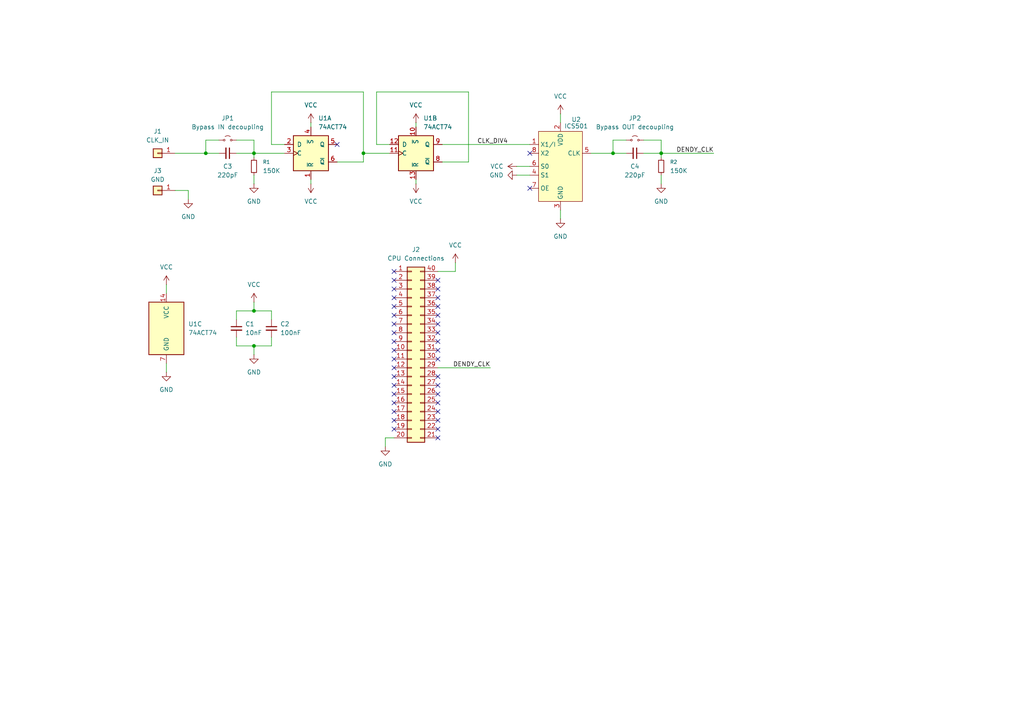
<source format=kicad_sch>
(kicad_sch
	(version 20250114)
	(generator "eeschema")
	(generator_version "9.0")
	(uuid "e570d65d-aa38-4930-a27b-b21b582b3289")
	(paper "A4")
	(lib_symbols
		(symbol "74xx:74LS74"
			(pin_names
				(offset 1.016)
			)
			(exclude_from_sim no)
			(in_bom yes)
			(on_board yes)
			(property "Reference" "U"
				(at -7.62 8.89 0)
				(effects
					(font
						(size 1.27 1.27)
					)
				)
			)
			(property "Value" "74LS74"
				(at -7.62 -8.89 0)
				(effects
					(font
						(size 1.27 1.27)
					)
				)
			)
			(property "Footprint" ""
				(at 0 0 0)
				(effects
					(font
						(size 1.27 1.27)
					)
					(hide yes)
				)
			)
			(property "Datasheet" "74xx/74hc_hct74.pdf"
				(at 0 0 0)
				(effects
					(font
						(size 1.27 1.27)
					)
					(hide yes)
				)
			)
			(property "Description" "Dual D Flip-flop, Set & Reset"
				(at 0 0 0)
				(effects
					(font
						(size 1.27 1.27)
					)
					(hide yes)
				)
			)
			(property "ki_locked" ""
				(at 0 0 0)
				(effects
					(font
						(size 1.27 1.27)
					)
				)
			)
			(property "ki_keywords" "TTL DFF"
				(at 0 0 0)
				(effects
					(font
						(size 1.27 1.27)
					)
					(hide yes)
				)
			)
			(property "ki_fp_filters" "DIP*W7.62mm*"
				(at 0 0 0)
				(effects
					(font
						(size 1.27 1.27)
					)
					(hide yes)
				)
			)
			(symbol "74LS74_1_0"
				(pin input line
					(at -7.62 2.54 0)
					(length 2.54)
					(name "D"
						(effects
							(font
								(size 1.27 1.27)
							)
						)
					)
					(number "2"
						(effects
							(font
								(size 1.27 1.27)
							)
						)
					)
				)
				(pin input clock
					(at -7.62 0 0)
					(length 2.54)
					(name "C"
						(effects
							(font
								(size 1.27 1.27)
							)
						)
					)
					(number "3"
						(effects
							(font
								(size 1.27 1.27)
							)
						)
					)
				)
				(pin input line
					(at 0 7.62 270)
					(length 2.54)
					(name "~{S}"
						(effects
							(font
								(size 1.27 1.27)
							)
						)
					)
					(number "4"
						(effects
							(font
								(size 1.27 1.27)
							)
						)
					)
				)
				(pin input line
					(at 0 -7.62 90)
					(length 2.54)
					(name "~{R}"
						(effects
							(font
								(size 1.27 1.27)
							)
						)
					)
					(number "1"
						(effects
							(font
								(size 1.27 1.27)
							)
						)
					)
				)
				(pin output line
					(at 7.62 2.54 180)
					(length 2.54)
					(name "Q"
						(effects
							(font
								(size 1.27 1.27)
							)
						)
					)
					(number "5"
						(effects
							(font
								(size 1.27 1.27)
							)
						)
					)
				)
				(pin output line
					(at 7.62 -2.54 180)
					(length 2.54)
					(name "~{Q}"
						(effects
							(font
								(size 1.27 1.27)
							)
						)
					)
					(number "6"
						(effects
							(font
								(size 1.27 1.27)
							)
						)
					)
				)
			)
			(symbol "74LS74_1_1"
				(rectangle
					(start -5.08 5.08)
					(end 5.08 -5.08)
					(stroke
						(width 0.254)
						(type default)
					)
					(fill
						(type background)
					)
				)
			)
			(symbol "74LS74_2_0"
				(pin input line
					(at -7.62 2.54 0)
					(length 2.54)
					(name "D"
						(effects
							(font
								(size 1.27 1.27)
							)
						)
					)
					(number "12"
						(effects
							(font
								(size 1.27 1.27)
							)
						)
					)
				)
				(pin input clock
					(at -7.62 0 0)
					(length 2.54)
					(name "C"
						(effects
							(font
								(size 1.27 1.27)
							)
						)
					)
					(number "11"
						(effects
							(font
								(size 1.27 1.27)
							)
						)
					)
				)
				(pin input line
					(at 0 7.62 270)
					(length 2.54)
					(name "~{S}"
						(effects
							(font
								(size 1.27 1.27)
							)
						)
					)
					(number "10"
						(effects
							(font
								(size 1.27 1.27)
							)
						)
					)
				)
				(pin input line
					(at 0 -7.62 90)
					(length 2.54)
					(name "~{R}"
						(effects
							(font
								(size 1.27 1.27)
							)
						)
					)
					(number "13"
						(effects
							(font
								(size 1.27 1.27)
							)
						)
					)
				)
				(pin output line
					(at 7.62 2.54 180)
					(length 2.54)
					(name "Q"
						(effects
							(font
								(size 1.27 1.27)
							)
						)
					)
					(number "9"
						(effects
							(font
								(size 1.27 1.27)
							)
						)
					)
				)
				(pin output line
					(at 7.62 -2.54 180)
					(length 2.54)
					(name "~{Q}"
						(effects
							(font
								(size 1.27 1.27)
							)
						)
					)
					(number "8"
						(effects
							(font
								(size 1.27 1.27)
							)
						)
					)
				)
			)
			(symbol "74LS74_2_1"
				(rectangle
					(start -5.08 5.08)
					(end 5.08 -5.08)
					(stroke
						(width 0.254)
						(type default)
					)
					(fill
						(type background)
					)
				)
			)
			(symbol "74LS74_3_0"
				(pin power_in line
					(at 0 10.16 270)
					(length 2.54)
					(name "VCC"
						(effects
							(font
								(size 1.27 1.27)
							)
						)
					)
					(number "14"
						(effects
							(font
								(size 1.27 1.27)
							)
						)
					)
				)
				(pin power_in line
					(at 0 -10.16 90)
					(length 2.54)
					(name "GND"
						(effects
							(font
								(size 1.27 1.27)
							)
						)
					)
					(number "7"
						(effects
							(font
								(size 1.27 1.27)
							)
						)
					)
				)
			)
			(symbol "74LS74_3_1"
				(rectangle
					(start -5.08 7.62)
					(end 5.08 -7.62)
					(stroke
						(width 0.254)
						(type default)
					)
					(fill
						(type background)
					)
				)
			)
			(embedded_fonts no)
		)
		(symbol "Connector_Generic:Conn_01x01"
			(pin_names
				(offset 1.016)
				(hide yes)
			)
			(exclude_from_sim no)
			(in_bom yes)
			(on_board yes)
			(property "Reference" "J"
				(at 0 2.54 0)
				(effects
					(font
						(size 1.27 1.27)
					)
				)
			)
			(property "Value" "Conn_01x01"
				(at 0 -2.54 0)
				(effects
					(font
						(size 1.27 1.27)
					)
				)
			)
			(property "Footprint" ""
				(at 0 0 0)
				(effects
					(font
						(size 1.27 1.27)
					)
					(hide yes)
				)
			)
			(property "Datasheet" "~"
				(at 0 0 0)
				(effects
					(font
						(size 1.27 1.27)
					)
					(hide yes)
				)
			)
			(property "Description" "Generic connector, single row, 01x01, script generated (kicad-library-utils/schlib/autogen/connector/)"
				(at 0 0 0)
				(effects
					(font
						(size 1.27 1.27)
					)
					(hide yes)
				)
			)
			(property "ki_keywords" "connector"
				(at 0 0 0)
				(effects
					(font
						(size 1.27 1.27)
					)
					(hide yes)
				)
			)
			(property "ki_fp_filters" "Connector*:*_1x??_*"
				(at 0 0 0)
				(effects
					(font
						(size 1.27 1.27)
					)
					(hide yes)
				)
			)
			(symbol "Conn_01x01_1_1"
				(rectangle
					(start -1.27 1.27)
					(end 1.27 -1.27)
					(stroke
						(width 0.254)
						(type default)
					)
					(fill
						(type background)
					)
				)
				(rectangle
					(start -1.27 0.127)
					(end 0 -0.127)
					(stroke
						(width 0.1524)
						(type default)
					)
					(fill
						(type none)
					)
				)
				(pin passive line
					(at -5.08 0 0)
					(length 3.81)
					(name "Pin_1"
						(effects
							(font
								(size 1.27 1.27)
							)
						)
					)
					(number "1"
						(effects
							(font
								(size 1.27 1.27)
							)
						)
					)
				)
			)
			(embedded_fonts no)
		)
		(symbol "Connector_Generic:Conn_02x20_Counter_Clockwise"
			(pin_names
				(offset 1.016)
				(hide yes)
			)
			(exclude_from_sim no)
			(in_bom yes)
			(on_board yes)
			(property "Reference" "J"
				(at 1.27 25.4 0)
				(effects
					(font
						(size 1.27 1.27)
					)
				)
			)
			(property "Value" "Conn_02x20_Counter_Clockwise"
				(at 1.27 -27.94 0)
				(effects
					(font
						(size 1.27 1.27)
					)
				)
			)
			(property "Footprint" ""
				(at 0 0 0)
				(effects
					(font
						(size 1.27 1.27)
					)
					(hide yes)
				)
			)
			(property "Datasheet" "~"
				(at 0 0 0)
				(effects
					(font
						(size 1.27 1.27)
					)
					(hide yes)
				)
			)
			(property "Description" "Generic connector, double row, 02x20, counter clockwise pin numbering scheme (similar to DIP package numbering), script generated (kicad-library-utils/schlib/autogen/connector/)"
				(at 0 0 0)
				(effects
					(font
						(size 1.27 1.27)
					)
					(hide yes)
				)
			)
			(property "ki_keywords" "connector"
				(at 0 0 0)
				(effects
					(font
						(size 1.27 1.27)
					)
					(hide yes)
				)
			)
			(property "ki_fp_filters" "Connector*:*_2x??_*"
				(at 0 0 0)
				(effects
					(font
						(size 1.27 1.27)
					)
					(hide yes)
				)
			)
			(symbol "Conn_02x20_Counter_Clockwise_1_1"
				(rectangle
					(start -1.27 24.13)
					(end 3.81 -26.67)
					(stroke
						(width 0.254)
						(type default)
					)
					(fill
						(type background)
					)
				)
				(rectangle
					(start -1.27 22.987)
					(end 0 22.733)
					(stroke
						(width 0.1524)
						(type default)
					)
					(fill
						(type none)
					)
				)
				(rectangle
					(start -1.27 20.447)
					(end 0 20.193)
					(stroke
						(width 0.1524)
						(type default)
					)
					(fill
						(type none)
					)
				)
				(rectangle
					(start -1.27 17.907)
					(end 0 17.653)
					(stroke
						(width 0.1524)
						(type default)
					)
					(fill
						(type none)
					)
				)
				(rectangle
					(start -1.27 15.367)
					(end 0 15.113)
					(stroke
						(width 0.1524)
						(type default)
					)
					(fill
						(type none)
					)
				)
				(rectangle
					(start -1.27 12.827)
					(end 0 12.573)
					(stroke
						(width 0.1524)
						(type default)
					)
					(fill
						(type none)
					)
				)
				(rectangle
					(start -1.27 10.287)
					(end 0 10.033)
					(stroke
						(width 0.1524)
						(type default)
					)
					(fill
						(type none)
					)
				)
				(rectangle
					(start -1.27 7.747)
					(end 0 7.493)
					(stroke
						(width 0.1524)
						(type default)
					)
					(fill
						(type none)
					)
				)
				(rectangle
					(start -1.27 5.207)
					(end 0 4.953)
					(stroke
						(width 0.1524)
						(type default)
					)
					(fill
						(type none)
					)
				)
				(rectangle
					(start -1.27 2.667)
					(end 0 2.413)
					(stroke
						(width 0.1524)
						(type default)
					)
					(fill
						(type none)
					)
				)
				(rectangle
					(start -1.27 0.127)
					(end 0 -0.127)
					(stroke
						(width 0.1524)
						(type default)
					)
					(fill
						(type none)
					)
				)
				(rectangle
					(start -1.27 -2.413)
					(end 0 -2.667)
					(stroke
						(width 0.1524)
						(type default)
					)
					(fill
						(type none)
					)
				)
				(rectangle
					(start -1.27 -4.953)
					(end 0 -5.207)
					(stroke
						(width 0.1524)
						(type default)
					)
					(fill
						(type none)
					)
				)
				(rectangle
					(start -1.27 -7.493)
					(end 0 -7.747)
					(stroke
						(width 0.1524)
						(type default)
					)
					(fill
						(type none)
					)
				)
				(rectangle
					(start -1.27 -10.033)
					(end 0 -10.287)
					(stroke
						(width 0.1524)
						(type default)
					)
					(fill
						(type none)
					)
				)
				(rectangle
					(start -1.27 -12.573)
					(end 0 -12.827)
					(stroke
						(width 0.1524)
						(type default)
					)
					(fill
						(type none)
					)
				)
				(rectangle
					(start -1.27 -15.113)
					(end 0 -15.367)
					(stroke
						(width 0.1524)
						(type default)
					)
					(fill
						(type none)
					)
				)
				(rectangle
					(start -1.27 -17.653)
					(end 0 -17.907)
					(stroke
						(width 0.1524)
						(type default)
					)
					(fill
						(type none)
					)
				)
				(rectangle
					(start -1.27 -20.193)
					(end 0 -20.447)
					(stroke
						(width 0.1524)
						(type default)
					)
					(fill
						(type none)
					)
				)
				(rectangle
					(start -1.27 -22.733)
					(end 0 -22.987)
					(stroke
						(width 0.1524)
						(type default)
					)
					(fill
						(type none)
					)
				)
				(rectangle
					(start -1.27 -25.273)
					(end 0 -25.527)
					(stroke
						(width 0.1524)
						(type default)
					)
					(fill
						(type none)
					)
				)
				(rectangle
					(start 3.81 22.987)
					(end 2.54 22.733)
					(stroke
						(width 0.1524)
						(type default)
					)
					(fill
						(type none)
					)
				)
				(rectangle
					(start 3.81 20.447)
					(end 2.54 20.193)
					(stroke
						(width 0.1524)
						(type default)
					)
					(fill
						(type none)
					)
				)
				(rectangle
					(start 3.81 17.907)
					(end 2.54 17.653)
					(stroke
						(width 0.1524)
						(type default)
					)
					(fill
						(type none)
					)
				)
				(rectangle
					(start 3.81 15.367)
					(end 2.54 15.113)
					(stroke
						(width 0.1524)
						(type default)
					)
					(fill
						(type none)
					)
				)
				(rectangle
					(start 3.81 12.827)
					(end 2.54 12.573)
					(stroke
						(width 0.1524)
						(type default)
					)
					(fill
						(type none)
					)
				)
				(rectangle
					(start 3.81 10.287)
					(end 2.54 10.033)
					(stroke
						(width 0.1524)
						(type default)
					)
					(fill
						(type none)
					)
				)
				(rectangle
					(start 3.81 7.747)
					(end 2.54 7.493)
					(stroke
						(width 0.1524)
						(type default)
					)
					(fill
						(type none)
					)
				)
				(rectangle
					(start 3.81 5.207)
					(end 2.54 4.953)
					(stroke
						(width 0.1524)
						(type default)
					)
					(fill
						(type none)
					)
				)
				(rectangle
					(start 3.81 2.667)
					(end 2.54 2.413)
					(stroke
						(width 0.1524)
						(type default)
					)
					(fill
						(type none)
					)
				)
				(rectangle
					(start 3.81 0.127)
					(end 2.54 -0.127)
					(stroke
						(width 0.1524)
						(type default)
					)
					(fill
						(type none)
					)
				)
				(rectangle
					(start 3.81 -2.413)
					(end 2.54 -2.667)
					(stroke
						(width 0.1524)
						(type default)
					)
					(fill
						(type none)
					)
				)
				(rectangle
					(start 3.81 -4.953)
					(end 2.54 -5.207)
					(stroke
						(width 0.1524)
						(type default)
					)
					(fill
						(type none)
					)
				)
				(rectangle
					(start 3.81 -7.493)
					(end 2.54 -7.747)
					(stroke
						(width 0.1524)
						(type default)
					)
					(fill
						(type none)
					)
				)
				(rectangle
					(start 3.81 -10.033)
					(end 2.54 -10.287)
					(stroke
						(width 0.1524)
						(type default)
					)
					(fill
						(type none)
					)
				)
				(rectangle
					(start 3.81 -12.573)
					(end 2.54 -12.827)
					(stroke
						(width 0.1524)
						(type default)
					)
					(fill
						(type none)
					)
				)
				(rectangle
					(start 3.81 -15.113)
					(end 2.54 -15.367)
					(stroke
						(width 0.1524)
						(type default)
					)
					(fill
						(type none)
					)
				)
				(rectangle
					(start 3.81 -17.653)
					(end 2.54 -17.907)
					(stroke
						(width 0.1524)
						(type default)
					)
					(fill
						(type none)
					)
				)
				(rectangle
					(start 3.81 -20.193)
					(end 2.54 -20.447)
					(stroke
						(width 0.1524)
						(type default)
					)
					(fill
						(type none)
					)
				)
				(rectangle
					(start 3.81 -22.733)
					(end 2.54 -22.987)
					(stroke
						(width 0.1524)
						(type default)
					)
					(fill
						(type none)
					)
				)
				(rectangle
					(start 3.81 -25.273)
					(end 2.54 -25.527)
					(stroke
						(width 0.1524)
						(type default)
					)
					(fill
						(type none)
					)
				)
				(pin passive line
					(at -5.08 22.86 0)
					(length 3.81)
					(name "Pin_1"
						(effects
							(font
								(size 1.27 1.27)
							)
						)
					)
					(number "1"
						(effects
							(font
								(size 1.27 1.27)
							)
						)
					)
				)
				(pin passive line
					(at -5.08 20.32 0)
					(length 3.81)
					(name "Pin_2"
						(effects
							(font
								(size 1.27 1.27)
							)
						)
					)
					(number "2"
						(effects
							(font
								(size 1.27 1.27)
							)
						)
					)
				)
				(pin passive line
					(at -5.08 17.78 0)
					(length 3.81)
					(name "Pin_3"
						(effects
							(font
								(size 1.27 1.27)
							)
						)
					)
					(number "3"
						(effects
							(font
								(size 1.27 1.27)
							)
						)
					)
				)
				(pin passive line
					(at -5.08 15.24 0)
					(length 3.81)
					(name "Pin_4"
						(effects
							(font
								(size 1.27 1.27)
							)
						)
					)
					(number "4"
						(effects
							(font
								(size 1.27 1.27)
							)
						)
					)
				)
				(pin passive line
					(at -5.08 12.7 0)
					(length 3.81)
					(name "Pin_5"
						(effects
							(font
								(size 1.27 1.27)
							)
						)
					)
					(number "5"
						(effects
							(font
								(size 1.27 1.27)
							)
						)
					)
				)
				(pin passive line
					(at -5.08 10.16 0)
					(length 3.81)
					(name "Pin_6"
						(effects
							(font
								(size 1.27 1.27)
							)
						)
					)
					(number "6"
						(effects
							(font
								(size 1.27 1.27)
							)
						)
					)
				)
				(pin passive line
					(at -5.08 7.62 0)
					(length 3.81)
					(name "Pin_7"
						(effects
							(font
								(size 1.27 1.27)
							)
						)
					)
					(number "7"
						(effects
							(font
								(size 1.27 1.27)
							)
						)
					)
				)
				(pin passive line
					(at -5.08 5.08 0)
					(length 3.81)
					(name "Pin_8"
						(effects
							(font
								(size 1.27 1.27)
							)
						)
					)
					(number "8"
						(effects
							(font
								(size 1.27 1.27)
							)
						)
					)
				)
				(pin passive line
					(at -5.08 2.54 0)
					(length 3.81)
					(name "Pin_9"
						(effects
							(font
								(size 1.27 1.27)
							)
						)
					)
					(number "9"
						(effects
							(font
								(size 1.27 1.27)
							)
						)
					)
				)
				(pin passive line
					(at -5.08 0 0)
					(length 3.81)
					(name "Pin_10"
						(effects
							(font
								(size 1.27 1.27)
							)
						)
					)
					(number "10"
						(effects
							(font
								(size 1.27 1.27)
							)
						)
					)
				)
				(pin passive line
					(at -5.08 -2.54 0)
					(length 3.81)
					(name "Pin_11"
						(effects
							(font
								(size 1.27 1.27)
							)
						)
					)
					(number "11"
						(effects
							(font
								(size 1.27 1.27)
							)
						)
					)
				)
				(pin passive line
					(at -5.08 -5.08 0)
					(length 3.81)
					(name "Pin_12"
						(effects
							(font
								(size 1.27 1.27)
							)
						)
					)
					(number "12"
						(effects
							(font
								(size 1.27 1.27)
							)
						)
					)
				)
				(pin passive line
					(at -5.08 -7.62 0)
					(length 3.81)
					(name "Pin_13"
						(effects
							(font
								(size 1.27 1.27)
							)
						)
					)
					(number "13"
						(effects
							(font
								(size 1.27 1.27)
							)
						)
					)
				)
				(pin passive line
					(at -5.08 -10.16 0)
					(length 3.81)
					(name "Pin_14"
						(effects
							(font
								(size 1.27 1.27)
							)
						)
					)
					(number "14"
						(effects
							(font
								(size 1.27 1.27)
							)
						)
					)
				)
				(pin passive line
					(at -5.08 -12.7 0)
					(length 3.81)
					(name "Pin_15"
						(effects
							(font
								(size 1.27 1.27)
							)
						)
					)
					(number "15"
						(effects
							(font
								(size 1.27 1.27)
							)
						)
					)
				)
				(pin passive line
					(at -5.08 -15.24 0)
					(length 3.81)
					(name "Pin_16"
						(effects
							(font
								(size 1.27 1.27)
							)
						)
					)
					(number "16"
						(effects
							(font
								(size 1.27 1.27)
							)
						)
					)
				)
				(pin passive line
					(at -5.08 -17.78 0)
					(length 3.81)
					(name "Pin_17"
						(effects
							(font
								(size 1.27 1.27)
							)
						)
					)
					(number "17"
						(effects
							(font
								(size 1.27 1.27)
							)
						)
					)
				)
				(pin passive line
					(at -5.08 -20.32 0)
					(length 3.81)
					(name "Pin_18"
						(effects
							(font
								(size 1.27 1.27)
							)
						)
					)
					(number "18"
						(effects
							(font
								(size 1.27 1.27)
							)
						)
					)
				)
				(pin passive line
					(at -5.08 -22.86 0)
					(length 3.81)
					(name "Pin_19"
						(effects
							(font
								(size 1.27 1.27)
							)
						)
					)
					(number "19"
						(effects
							(font
								(size 1.27 1.27)
							)
						)
					)
				)
				(pin passive line
					(at -5.08 -25.4 0)
					(length 3.81)
					(name "Pin_20"
						(effects
							(font
								(size 1.27 1.27)
							)
						)
					)
					(number "20"
						(effects
							(font
								(size 1.27 1.27)
							)
						)
					)
				)
				(pin passive line
					(at 7.62 22.86 180)
					(length 3.81)
					(name "Pin_40"
						(effects
							(font
								(size 1.27 1.27)
							)
						)
					)
					(number "40"
						(effects
							(font
								(size 1.27 1.27)
							)
						)
					)
				)
				(pin passive line
					(at 7.62 20.32 180)
					(length 3.81)
					(name "Pin_39"
						(effects
							(font
								(size 1.27 1.27)
							)
						)
					)
					(number "39"
						(effects
							(font
								(size 1.27 1.27)
							)
						)
					)
				)
				(pin passive line
					(at 7.62 17.78 180)
					(length 3.81)
					(name "Pin_38"
						(effects
							(font
								(size 1.27 1.27)
							)
						)
					)
					(number "38"
						(effects
							(font
								(size 1.27 1.27)
							)
						)
					)
				)
				(pin passive line
					(at 7.62 15.24 180)
					(length 3.81)
					(name "Pin_37"
						(effects
							(font
								(size 1.27 1.27)
							)
						)
					)
					(number "37"
						(effects
							(font
								(size 1.27 1.27)
							)
						)
					)
				)
				(pin passive line
					(at 7.62 12.7 180)
					(length 3.81)
					(name "Pin_36"
						(effects
							(font
								(size 1.27 1.27)
							)
						)
					)
					(number "36"
						(effects
							(font
								(size 1.27 1.27)
							)
						)
					)
				)
				(pin passive line
					(at 7.62 10.16 180)
					(length 3.81)
					(name "Pin_35"
						(effects
							(font
								(size 1.27 1.27)
							)
						)
					)
					(number "35"
						(effects
							(font
								(size 1.27 1.27)
							)
						)
					)
				)
				(pin passive line
					(at 7.62 7.62 180)
					(length 3.81)
					(name "Pin_34"
						(effects
							(font
								(size 1.27 1.27)
							)
						)
					)
					(number "34"
						(effects
							(font
								(size 1.27 1.27)
							)
						)
					)
				)
				(pin passive line
					(at 7.62 5.08 180)
					(length 3.81)
					(name "Pin_33"
						(effects
							(font
								(size 1.27 1.27)
							)
						)
					)
					(number "33"
						(effects
							(font
								(size 1.27 1.27)
							)
						)
					)
				)
				(pin passive line
					(at 7.62 2.54 180)
					(length 3.81)
					(name "Pin_32"
						(effects
							(font
								(size 1.27 1.27)
							)
						)
					)
					(number "32"
						(effects
							(font
								(size 1.27 1.27)
							)
						)
					)
				)
				(pin passive line
					(at 7.62 0 180)
					(length 3.81)
					(name "Pin_31"
						(effects
							(font
								(size 1.27 1.27)
							)
						)
					)
					(number "31"
						(effects
							(font
								(size 1.27 1.27)
							)
						)
					)
				)
				(pin passive line
					(at 7.62 -2.54 180)
					(length 3.81)
					(name "Pin_30"
						(effects
							(font
								(size 1.27 1.27)
							)
						)
					)
					(number "30"
						(effects
							(font
								(size 1.27 1.27)
							)
						)
					)
				)
				(pin passive line
					(at 7.62 -5.08 180)
					(length 3.81)
					(name "Pin_29"
						(effects
							(font
								(size 1.27 1.27)
							)
						)
					)
					(number "29"
						(effects
							(font
								(size 1.27 1.27)
							)
						)
					)
				)
				(pin passive line
					(at 7.62 -7.62 180)
					(length 3.81)
					(name "Pin_28"
						(effects
							(font
								(size 1.27 1.27)
							)
						)
					)
					(number "28"
						(effects
							(font
								(size 1.27 1.27)
							)
						)
					)
				)
				(pin passive line
					(at 7.62 -10.16 180)
					(length 3.81)
					(name "Pin_27"
						(effects
							(font
								(size 1.27 1.27)
							)
						)
					)
					(number "27"
						(effects
							(font
								(size 1.27 1.27)
							)
						)
					)
				)
				(pin passive line
					(at 7.62 -12.7 180)
					(length 3.81)
					(name "Pin_26"
						(effects
							(font
								(size 1.27 1.27)
							)
						)
					)
					(number "26"
						(effects
							(font
								(size 1.27 1.27)
							)
						)
					)
				)
				(pin passive line
					(at 7.62 -15.24 180)
					(length 3.81)
					(name "Pin_25"
						(effects
							(font
								(size 1.27 1.27)
							)
						)
					)
					(number "25"
						(effects
							(font
								(size 1.27 1.27)
							)
						)
					)
				)
				(pin passive line
					(at 7.62 -17.78 180)
					(length 3.81)
					(name "Pin_24"
						(effects
							(font
								(size 1.27 1.27)
							)
						)
					)
					(number "24"
						(effects
							(font
								(size 1.27 1.27)
							)
						)
					)
				)
				(pin passive line
					(at 7.62 -20.32 180)
					(length 3.81)
					(name "Pin_23"
						(effects
							(font
								(size 1.27 1.27)
							)
						)
					)
					(number "23"
						(effects
							(font
								(size 1.27 1.27)
							)
						)
					)
				)
				(pin passive line
					(at 7.62 -22.86 180)
					(length 3.81)
					(name "Pin_22"
						(effects
							(font
								(size 1.27 1.27)
							)
						)
					)
					(number "22"
						(effects
							(font
								(size 1.27 1.27)
							)
						)
					)
				)
				(pin passive line
					(at 7.62 -25.4 180)
					(length 3.81)
					(name "Pin_21"
						(effects
							(font
								(size 1.27 1.27)
							)
						)
					)
					(number "21"
						(effects
							(font
								(size 1.27 1.27)
							)
						)
					)
				)
			)
			(embedded_fonts no)
		)
		(symbol "Device:C_Small"
			(pin_numbers
				(hide yes)
			)
			(pin_names
				(offset 0.254)
				(hide yes)
			)
			(exclude_from_sim no)
			(in_bom yes)
			(on_board yes)
			(property "Reference" "C"
				(at 0.254 1.778 0)
				(effects
					(font
						(size 1.27 1.27)
					)
					(justify left)
				)
			)
			(property "Value" "C_Small"
				(at 0.254 -2.032 0)
				(effects
					(font
						(size 1.27 1.27)
					)
					(justify left)
				)
			)
			(property "Footprint" ""
				(at 0 0 0)
				(effects
					(font
						(size 1.27 1.27)
					)
					(hide yes)
				)
			)
			(property "Datasheet" "~"
				(at 0 0 0)
				(effects
					(font
						(size 1.27 1.27)
					)
					(hide yes)
				)
			)
			(property "Description" "Unpolarized capacitor, small symbol"
				(at 0 0 0)
				(effects
					(font
						(size 1.27 1.27)
					)
					(hide yes)
				)
			)
			(property "ki_keywords" "capacitor cap"
				(at 0 0 0)
				(effects
					(font
						(size 1.27 1.27)
					)
					(hide yes)
				)
			)
			(property "ki_fp_filters" "C_*"
				(at 0 0 0)
				(effects
					(font
						(size 1.27 1.27)
					)
					(hide yes)
				)
			)
			(symbol "C_Small_0_1"
				(polyline
					(pts
						(xy -1.524 0.508) (xy 1.524 0.508)
					)
					(stroke
						(width 0.3048)
						(type default)
					)
					(fill
						(type none)
					)
				)
				(polyline
					(pts
						(xy -1.524 -0.508) (xy 1.524 -0.508)
					)
					(stroke
						(width 0.3302)
						(type default)
					)
					(fill
						(type none)
					)
				)
			)
			(symbol "C_Small_1_1"
				(pin passive line
					(at 0 2.54 270)
					(length 2.032)
					(name "~"
						(effects
							(font
								(size 1.27 1.27)
							)
						)
					)
					(number "1"
						(effects
							(font
								(size 1.27 1.27)
							)
						)
					)
				)
				(pin passive line
					(at 0 -2.54 90)
					(length 2.032)
					(name "~"
						(effects
							(font
								(size 1.27 1.27)
							)
						)
					)
					(number "2"
						(effects
							(font
								(size 1.27 1.27)
							)
						)
					)
				)
			)
			(embedded_fonts no)
		)
		(symbol "Device:R_Small"
			(pin_numbers
				(hide yes)
			)
			(pin_names
				(offset 0.254)
				(hide yes)
			)
			(exclude_from_sim no)
			(in_bom yes)
			(on_board yes)
			(property "Reference" "R"
				(at 0 0 90)
				(effects
					(font
						(size 1.016 1.016)
					)
				)
			)
			(property "Value" "R_Small"
				(at 1.778 0 90)
				(effects
					(font
						(size 1.27 1.27)
					)
				)
			)
			(property "Footprint" ""
				(at 0 0 0)
				(effects
					(font
						(size 1.27 1.27)
					)
					(hide yes)
				)
			)
			(property "Datasheet" "~"
				(at 0 0 0)
				(effects
					(font
						(size 1.27 1.27)
					)
					(hide yes)
				)
			)
			(property "Description" "Resistor, small symbol"
				(at 0 0 0)
				(effects
					(font
						(size 1.27 1.27)
					)
					(hide yes)
				)
			)
			(property "ki_keywords" "R resistor"
				(at 0 0 0)
				(effects
					(font
						(size 1.27 1.27)
					)
					(hide yes)
				)
			)
			(property "ki_fp_filters" "R_*"
				(at 0 0 0)
				(effects
					(font
						(size 1.27 1.27)
					)
					(hide yes)
				)
			)
			(symbol "R_Small_0_1"
				(rectangle
					(start -0.762 1.778)
					(end 0.762 -1.778)
					(stroke
						(width 0.2032)
						(type default)
					)
					(fill
						(type none)
					)
				)
			)
			(symbol "R_Small_1_1"
				(pin passive line
					(at 0 2.54 270)
					(length 0.762)
					(name "~"
						(effects
							(font
								(size 1.27 1.27)
							)
						)
					)
					(number "1"
						(effects
							(font
								(size 1.27 1.27)
							)
						)
					)
				)
				(pin passive line
					(at 0 -2.54 90)
					(length 0.762)
					(name "~"
						(effects
							(font
								(size 1.27 1.27)
							)
						)
					)
					(number "2"
						(effects
							(font
								(size 1.27 1.27)
							)
						)
					)
				)
			)
			(embedded_fonts no)
		)
		(symbol "Jumper:Jumper_2_Small_Open"
			(pin_numbers
				(hide yes)
			)
			(pin_names
				(offset 0)
				(hide yes)
			)
			(exclude_from_sim no)
			(in_bom yes)
			(on_board yes)
			(property "Reference" "JP"
				(at 0 2.794 0)
				(effects
					(font
						(size 1.27 1.27)
					)
				)
			)
			(property "Value" "Jumper_2_Small_Open"
				(at 0 -2.286 0)
				(effects
					(font
						(size 1.27 1.27)
					)
				)
			)
			(property "Footprint" ""
				(at 0 0 0)
				(effects
					(font
						(size 1.27 1.27)
					)
					(hide yes)
				)
			)
			(property "Datasheet" "~"
				(at 0 0 0)
				(effects
					(font
						(size 1.27 1.27)
					)
					(hide yes)
				)
			)
			(property "Description" "Jumper, 2-pole, small symbol, open"
				(at 0 0 0)
				(effects
					(font
						(size 1.27 1.27)
					)
					(hide yes)
				)
			)
			(property "ki_keywords" "Jumper SPST"
				(at 0 0 0)
				(effects
					(font
						(size 1.27 1.27)
					)
					(hide yes)
				)
			)
			(property "ki_fp_filters" "Jumper* TestPoint*2Pads* TestPoint*Bridge*"
				(at 0 0 0)
				(effects
					(font
						(size 1.27 1.27)
					)
					(hide yes)
				)
			)
			(symbol "Jumper_2_Small_Open_0_0"
				(circle
					(center -1.016 0)
					(radius 0.254)
					(stroke
						(width 0)
						(type default)
					)
					(fill
						(type none)
					)
				)
				(circle
					(center 1.016 0)
					(radius 0.254)
					(stroke
						(width 0)
						(type default)
					)
					(fill
						(type none)
					)
				)
			)
			(symbol "Jumper_2_Small_Open_0_1"
				(arc
					(start -0.762 1.0196)
					(mid 0 1.2729)
					(end 0.762 1.0196)
					(stroke
						(width 0)
						(type default)
					)
					(fill
						(type none)
					)
				)
			)
			(symbol "Jumper_2_Small_Open_1_1"
				(pin passive line
					(at -2.54 0 0)
					(length 1.27)
					(name "A"
						(effects
							(font
								(size 1.27 1.27)
							)
						)
					)
					(number "1"
						(effects
							(font
								(size 1.27 1.27)
							)
						)
					)
				)
				(pin passive line
					(at 2.54 0 180)
					(length 1.27)
					(name "B"
						(effects
							(font
								(size 1.27 1.27)
							)
						)
					)
					(number "2"
						(effects
							(font
								(size 1.27 1.27)
							)
						)
					)
				)
			)
			(embedded_fonts no)
		)
		(symbol "extra:ICS501"
			(exclude_from_sim no)
			(in_bom yes)
			(on_board yes)
			(property "Reference" "U"
				(at -3.81 7.62 0)
				(effects
					(font
						(size 1.27 1.27)
					)
				)
			)
			(property "Value" "ICS501"
				(at 0 0 0)
				(effects
					(font
						(size 1.27 1.27)
					)
				)
			)
			(property "Footprint" "Package_SO:SOIC-8_3.9x4.9mm_P1.27mm"
				(at 0 0 0)
				(effects
					(font
						(size 1.27 1.27)
					)
					(hide yes)
				)
			)
			(property "Datasheet" ""
				(at 0 0 0)
				(effects
					(font
						(size 1.27 1.27)
					)
					(hide yes)
				)
			)
			(property "Description" ""
				(at 0 0 0)
				(effects
					(font
						(size 1.27 1.27)
					)
					(hide yes)
				)
			)
			(symbol "ICS501_1_1"
				(rectangle
					(start -6.35 6.35)
					(end 6.35 -13.97)
					(stroke
						(width 0)
						(type solid)
					)
					(fill
						(type background)
					)
				)
				(pin input line
					(at -8.89 2.54 0)
					(length 2.54)
					(name "X1/I"
						(effects
							(font
								(size 1.27 1.27)
							)
						)
					)
					(number "1"
						(effects
							(font
								(size 1.27 1.27)
							)
						)
					)
				)
				(pin output line
					(at -8.89 0 0)
					(length 2.54)
					(name "X2"
						(effects
							(font
								(size 1.27 1.27)
							)
						)
					)
					(number "8"
						(effects
							(font
								(size 1.27 1.27)
							)
						)
					)
				)
				(pin input line
					(at -8.89 -3.81 0)
					(length 2.54)
					(name "S0"
						(effects
							(font
								(size 1.27 1.27)
							)
						)
					)
					(number "6"
						(effects
							(font
								(size 1.27 1.27)
							)
						)
					)
				)
				(pin input line
					(at -8.89 -6.35 0)
					(length 2.54)
					(name "S1"
						(effects
							(font
								(size 1.27 1.27)
							)
						)
					)
					(number "4"
						(effects
							(font
								(size 1.27 1.27)
							)
						)
					)
				)
				(pin input line
					(at -8.89 -10.16 0)
					(length 2.54)
					(name "OE"
						(effects
							(font
								(size 1.27 1.27)
							)
						)
					)
					(number "7"
						(effects
							(font
								(size 1.27 1.27)
							)
						)
					)
				)
				(pin power_in line
					(at 0 8.89 270)
					(length 2.54)
					(name "VDD"
						(effects
							(font
								(size 1.27 1.27)
							)
						)
					)
					(number "2"
						(effects
							(font
								(size 1.27 1.27)
							)
						)
					)
				)
				(pin power_in line
					(at 0 -16.51 90)
					(length 2.54)
					(name "GND"
						(effects
							(font
								(size 1.27 1.27)
							)
						)
					)
					(number "3"
						(effects
							(font
								(size 1.27 1.27)
							)
						)
					)
				)
				(pin output line
					(at 8.89 0 180)
					(length 2.54)
					(name "CLK"
						(effects
							(font
								(size 1.27 1.27)
							)
						)
					)
					(number "5"
						(effects
							(font
								(size 1.27 1.27)
							)
						)
					)
				)
			)
			(embedded_fonts no)
		)
		(symbol "power:GND"
			(power)
			(pin_numbers
				(hide yes)
			)
			(pin_names
				(offset 0)
				(hide yes)
			)
			(exclude_from_sim no)
			(in_bom yes)
			(on_board yes)
			(property "Reference" "#PWR"
				(at 0 -6.35 0)
				(effects
					(font
						(size 1.27 1.27)
					)
					(hide yes)
				)
			)
			(property "Value" "GND"
				(at 0 -3.81 0)
				(effects
					(font
						(size 1.27 1.27)
					)
				)
			)
			(property "Footprint" ""
				(at 0 0 0)
				(effects
					(font
						(size 1.27 1.27)
					)
					(hide yes)
				)
			)
			(property "Datasheet" ""
				(at 0 0 0)
				(effects
					(font
						(size 1.27 1.27)
					)
					(hide yes)
				)
			)
			(property "Description" "Power symbol creates a global label with name \"GND\" , ground"
				(at 0 0 0)
				(effects
					(font
						(size 1.27 1.27)
					)
					(hide yes)
				)
			)
			(property "ki_keywords" "global power"
				(at 0 0 0)
				(effects
					(font
						(size 1.27 1.27)
					)
					(hide yes)
				)
			)
			(symbol "GND_0_1"
				(polyline
					(pts
						(xy 0 0) (xy 0 -1.27) (xy 1.27 -1.27) (xy 0 -2.54) (xy -1.27 -1.27) (xy 0 -1.27)
					)
					(stroke
						(width 0)
						(type default)
					)
					(fill
						(type none)
					)
				)
			)
			(symbol "GND_1_1"
				(pin power_in line
					(at 0 0 270)
					(length 0)
					(name "~"
						(effects
							(font
								(size 1.27 1.27)
							)
						)
					)
					(number "1"
						(effects
							(font
								(size 1.27 1.27)
							)
						)
					)
				)
			)
			(embedded_fonts no)
		)
		(symbol "power:VCC"
			(power)
			(pin_numbers
				(hide yes)
			)
			(pin_names
				(offset 0)
				(hide yes)
			)
			(exclude_from_sim no)
			(in_bom yes)
			(on_board yes)
			(property "Reference" "#PWR"
				(at 0 -3.81 0)
				(effects
					(font
						(size 1.27 1.27)
					)
					(hide yes)
				)
			)
			(property "Value" "VCC"
				(at 0 3.556 0)
				(effects
					(font
						(size 1.27 1.27)
					)
				)
			)
			(property "Footprint" ""
				(at 0 0 0)
				(effects
					(font
						(size 1.27 1.27)
					)
					(hide yes)
				)
			)
			(property "Datasheet" ""
				(at 0 0 0)
				(effects
					(font
						(size 1.27 1.27)
					)
					(hide yes)
				)
			)
			(property "Description" "Power symbol creates a global label with name \"VCC\""
				(at 0 0 0)
				(effects
					(font
						(size 1.27 1.27)
					)
					(hide yes)
				)
			)
			(property "ki_keywords" "global power"
				(at 0 0 0)
				(effects
					(font
						(size 1.27 1.27)
					)
					(hide yes)
				)
			)
			(symbol "VCC_0_1"
				(polyline
					(pts
						(xy -0.762 1.27) (xy 0 2.54)
					)
					(stroke
						(width 0)
						(type default)
					)
					(fill
						(type none)
					)
				)
				(polyline
					(pts
						(xy 0 2.54) (xy 0.762 1.27)
					)
					(stroke
						(width 0)
						(type default)
					)
					(fill
						(type none)
					)
				)
				(polyline
					(pts
						(xy 0 0) (xy 0 2.54)
					)
					(stroke
						(width 0)
						(type default)
					)
					(fill
						(type none)
					)
				)
			)
			(symbol "VCC_1_1"
				(pin power_in line
					(at 0 0 90)
					(length 0)
					(name "~"
						(effects
							(font
								(size 1.27 1.27)
							)
						)
					)
					(number "1"
						(effects
							(font
								(size 1.27 1.27)
							)
						)
					)
				)
			)
			(embedded_fonts no)
		)
	)
	(junction
		(at 73.66 100.33)
		(diameter 0)
		(color 0 0 0 0)
		(uuid "01a16862-5458-4fe9-ae3f-45f640b715a1")
	)
	(junction
		(at 177.8 44.45)
		(diameter 0)
		(color 0 0 0 0)
		(uuid "13c82185-77a8-466e-a3c6-13f3cd563d76")
	)
	(junction
		(at 73.66 90.17)
		(diameter 0)
		(color 0 0 0 0)
		(uuid "1410e2cf-7e9c-465e-b280-ccfc0eb0a564")
	)
	(junction
		(at 191.77 44.45)
		(diameter 0)
		(color 0 0 0 0)
		(uuid "313e4da8-c5af-4f34-b763-85520c7a67c2")
	)
	(junction
		(at 59.69 44.45)
		(diameter 0)
		(color 0 0 0 0)
		(uuid "6e5ac69e-9fa0-4fa2-879a-524fefddcdcd")
	)
	(junction
		(at 73.66 44.45)
		(diameter 0)
		(color 0 0 0 0)
		(uuid "843b2085-c285-498f-b40c-64373945682c")
	)
	(junction
		(at 105.41 44.45)
		(diameter 0)
		(color 0 0 0 0)
		(uuid "c0d49c52-82d4-4c39-ad89-6672d1606bc9")
	)
	(no_connect
		(at 127 111.76)
		(uuid "062e490f-1059-43a1-8c08-4d0ce25e9d53")
	)
	(no_connect
		(at 114.3 114.3)
		(uuid "06c7bfcf-14c4-4149-b629-257c1343a821")
	)
	(no_connect
		(at 114.3 116.84)
		(uuid "0a6bf30e-6a2b-4730-8679-794abc043abc")
	)
	(no_connect
		(at 114.3 81.28)
		(uuid "15e63139-b12f-4595-888d-cd4096b580f9")
	)
	(no_connect
		(at 127 96.52)
		(uuid "2171dbb1-f823-4e83-aca8-4af1df224f53")
	)
	(no_connect
		(at 114.3 101.6)
		(uuid "23301fe6-e758-4530-836b-40ebc4c01105")
	)
	(no_connect
		(at 114.3 111.76)
		(uuid "25e2be16-87fe-4c77-83f1-ba2313154f55")
	)
	(no_connect
		(at 114.3 96.52)
		(uuid "27f6f2af-6a24-40e8-93f2-f9505cae92b0")
	)
	(no_connect
		(at 114.3 78.74)
		(uuid "2945a4d3-d7a8-4b14-878b-aa6470ef2ae3")
	)
	(no_connect
		(at 127 81.28)
		(uuid "37eaed69-cd13-4397-8d00-b2fb160243f2")
	)
	(no_connect
		(at 97.79 41.91)
		(uuid "382c386f-5b5e-40dd-8b21-5764f0abfedf")
	)
	(no_connect
		(at 127 83.82)
		(uuid "3ef46112-5131-4ba9-bd57-b8ee4a5b03be")
	)
	(no_connect
		(at 114.3 121.92)
		(uuid "4212a720-886f-4375-911b-49fa97e59588")
	)
	(no_connect
		(at 127 93.98)
		(uuid "42b35ad1-d639-4e94-9d04-6cc8b906dd70")
	)
	(no_connect
		(at 114.3 119.38)
		(uuid "449043de-2e47-4800-b223-493ab3a66659")
	)
	(no_connect
		(at 127 114.3)
		(uuid "4bed3e4d-5091-48a3-b915-2075174cc74b")
	)
	(no_connect
		(at 127 121.92)
		(uuid "4ca520d8-f903-40df-9953-272c962c37e0")
	)
	(no_connect
		(at 127 116.84)
		(uuid "56fed3bc-0629-4766-ab0e-9347e6f05e92")
	)
	(no_connect
		(at 114.3 83.82)
		(uuid "5aeebc10-aa0b-4451-afb5-a993f5bcdab0")
	)
	(no_connect
		(at 153.67 54.61)
		(uuid "62099bd3-0c94-48fe-8e84-cf3326633989")
	)
	(no_connect
		(at 114.3 93.98)
		(uuid "6f847328-c6c7-430e-ae34-c9e3ac8afdce")
	)
	(no_connect
		(at 127 127)
		(uuid "71d356cc-dbba-4197-b97f-d72273fbe5ed")
	)
	(no_connect
		(at 114.3 124.46)
		(uuid "870bb535-c4f6-4184-be05-2f47a539d4ee")
	)
	(no_connect
		(at 114.3 106.68)
		(uuid "8bf50c7d-5b74-4c17-b784-77ccff5f7d8d")
	)
	(no_connect
		(at 127 104.14)
		(uuid "8fdb3ca6-3805-4af1-b346-b776cc581d8b")
	)
	(no_connect
		(at 153.67 44.45)
		(uuid "994d3f14-feac-492e-a44e-c27d7d39c40b")
	)
	(no_connect
		(at 127 124.46)
		(uuid "a00a1258-ce0d-4225-aff6-e7522654e840")
	)
	(no_connect
		(at 127 101.6)
		(uuid "a2f7d259-6924-4b51-b6be-6667122d2a15")
	)
	(no_connect
		(at 114.3 104.14)
		(uuid "a31222d7-7305-473a-9541-974f740179c4")
	)
	(no_connect
		(at 114.3 109.22)
		(uuid "a821d174-4d64-41e4-ac44-a3abb34c6afb")
	)
	(no_connect
		(at 127 99.06)
		(uuid "b4b50e01-c4db-4178-a162-1245e67921fe")
	)
	(no_connect
		(at 114.3 88.9)
		(uuid "bbec3f12-e19d-4abb-a6c6-ee0e65b91f1b")
	)
	(no_connect
		(at 114.3 99.06)
		(uuid "c0bf6b39-c142-4c14-abf5-0b5352625e75")
	)
	(no_connect
		(at 114.3 86.36)
		(uuid "c8ee9cf0-dba8-4e9f-9add-7bd7a2d5b933")
	)
	(no_connect
		(at 127 91.44)
		(uuid "d2c23992-dd71-4bd8-bf22-f3479c7871d4")
	)
	(no_connect
		(at 127 109.22)
		(uuid "e8d503b1-e0d6-416c-832f-582b4e4845b2")
	)
	(no_connect
		(at 127 119.38)
		(uuid "e948bad1-0f0a-48fb-a835-f936df8a3f72")
	)
	(no_connect
		(at 127 88.9)
		(uuid "e9adcaed-969d-4637-9ae3-d1234c91b27c")
	)
	(no_connect
		(at 114.3 91.44)
		(uuid "f4e17cc8-cd92-43fc-82ac-9e302dbbc0eb")
	)
	(no_connect
		(at 127 86.36)
		(uuid "fafc9c97-efd7-439d-b794-bfa5584348ac")
	)
	(wire
		(pts
			(xy 73.66 44.45) (xy 82.55 44.45)
		)
		(stroke
			(width 0)
			(type default)
		)
		(uuid "0248e388-8f1b-4d8d-bce9-aeb56bb5f18a")
	)
	(wire
		(pts
			(xy 191.77 44.45) (xy 191.77 45.72)
		)
		(stroke
			(width 0)
			(type default)
		)
		(uuid "031f7031-5374-489d-bdde-3d7793309832")
	)
	(wire
		(pts
			(xy 135.89 46.99) (xy 135.89 26.67)
		)
		(stroke
			(width 0)
			(type default)
		)
		(uuid "0972618e-e12f-44c9-8562-74f7857a6d58")
	)
	(wire
		(pts
			(xy 73.66 100.33) (xy 68.58 100.33)
		)
		(stroke
			(width 0)
			(type default)
		)
		(uuid "0c4f3019-6c56-40f0-91ac-839a6165ee6c")
	)
	(wire
		(pts
			(xy 54.61 55.245) (xy 54.61 57.785)
		)
		(stroke
			(width 0)
			(type default)
		)
		(uuid "14bec74d-8517-4baf-8c60-7fab99257089")
	)
	(wire
		(pts
			(xy 127 106.68) (xy 142.24 106.68)
		)
		(stroke
			(width 0)
			(type default)
		)
		(uuid "19c20426-3e39-428b-91dc-718cb0d16c9b")
	)
	(wire
		(pts
			(xy 105.41 44.45) (xy 113.03 44.45)
		)
		(stroke
			(width 0)
			(type default)
		)
		(uuid "1b6a3981-9322-4dcf-9913-fbc39670d3ae")
	)
	(wire
		(pts
			(xy 105.41 44.45) (xy 105.41 26.67)
		)
		(stroke
			(width 0)
			(type default)
		)
		(uuid "1e94b5a7-fc50-48b0-b7e0-b422948278e3")
	)
	(wire
		(pts
			(xy 73.66 50.8) (xy 73.66 53.34)
		)
		(stroke
			(width 0)
			(type default)
		)
		(uuid "23d107af-c17d-4fa4-ae07-4326735827dd")
	)
	(wire
		(pts
			(xy 78.74 90.17) (xy 78.74 92.71)
		)
		(stroke
			(width 0)
			(type default)
		)
		(uuid "281a6851-e9f3-4cf8-8d42-44f3fc0e3611")
	)
	(wire
		(pts
			(xy 162.56 60.96) (xy 162.56 63.5)
		)
		(stroke
			(width 0)
			(type default)
		)
		(uuid "2d95f69c-00e0-4765-9be5-7c249ae0e843")
	)
	(wire
		(pts
			(xy 111.76 127) (xy 111.76 129.54)
		)
		(stroke
			(width 0)
			(type default)
		)
		(uuid "2ea4804f-cb39-48ed-970d-cd9455e68034")
	)
	(wire
		(pts
			(xy 120.65 53.34) (xy 120.65 52.07)
		)
		(stroke
			(width 0)
			(type default)
		)
		(uuid "352436cf-f1ed-4078-8e8a-36a46035fa25")
	)
	(wire
		(pts
			(xy 68.58 92.71) (xy 68.58 90.17)
		)
		(stroke
			(width 0)
			(type default)
		)
		(uuid "35324a6d-889b-4b8a-a4e1-a14907c5dc96")
	)
	(wire
		(pts
			(xy 73.66 90.17) (xy 78.74 90.17)
		)
		(stroke
			(width 0)
			(type default)
		)
		(uuid "38642deb-7da7-4cb2-88cc-01b0d57f607d")
	)
	(wire
		(pts
			(xy 149.86 50.8) (xy 153.67 50.8)
		)
		(stroke
			(width 0)
			(type default)
		)
		(uuid "3ffe0596-9a37-4d89-ae5a-47b65944c1a2")
	)
	(wire
		(pts
			(xy 177.8 44.45) (xy 181.61 44.45)
		)
		(stroke
			(width 0)
			(type default)
		)
		(uuid "4166e8c9-7117-4d57-a224-9fd830989633")
	)
	(wire
		(pts
			(xy 105.41 46.99) (xy 105.41 44.45)
		)
		(stroke
			(width 0)
			(type default)
		)
		(uuid "49756fa2-d56d-45df-9e96-cff3ca665b45")
	)
	(wire
		(pts
			(xy 50.8 55.245) (xy 54.61 55.245)
		)
		(stroke
			(width 0)
			(type default)
		)
		(uuid "4abc47a3-96d5-4dc8-8f72-28893946d823")
	)
	(wire
		(pts
			(xy 59.69 40.64) (xy 63.5 40.64)
		)
		(stroke
			(width 0)
			(type default)
		)
		(uuid "4ca39c6e-6071-44a4-96bb-719302d58dac")
	)
	(wire
		(pts
			(xy 109.22 41.91) (xy 113.03 41.91)
		)
		(stroke
			(width 0)
			(type default)
		)
		(uuid "4fe9d4f7-e2f5-4813-afc2-1d33c516bc3e")
	)
	(wire
		(pts
			(xy 177.8 44.45) (xy 177.8 40.64)
		)
		(stroke
			(width 0)
			(type default)
		)
		(uuid "58fe162e-d424-4554-82c0-ef24ba8523a3")
	)
	(wire
		(pts
			(xy 73.66 40.64) (xy 73.66 44.45)
		)
		(stroke
			(width 0)
			(type default)
		)
		(uuid "5fdb2c84-1b8e-443d-84d8-541590a900e9")
	)
	(wire
		(pts
			(xy 120.65 35.56) (xy 120.65 36.83)
		)
		(stroke
			(width 0)
			(type default)
		)
		(uuid "6403a08b-4031-4d4b-9189-b73955d48f2e")
	)
	(wire
		(pts
			(xy 59.69 44.45) (xy 63.5 44.45)
		)
		(stroke
			(width 0)
			(type default)
		)
		(uuid "64b72842-17dd-4715-8533-2e93625f51b3")
	)
	(wire
		(pts
			(xy 68.58 90.17) (xy 73.66 90.17)
		)
		(stroke
			(width 0)
			(type default)
		)
		(uuid "666eaea1-0bd6-49e4-bcbf-19e866c54c44")
	)
	(wire
		(pts
			(xy 73.66 87.63) (xy 73.66 90.17)
		)
		(stroke
			(width 0)
			(type default)
		)
		(uuid "68d7f371-fa18-4dae-9f82-a9db12384541")
	)
	(wire
		(pts
			(xy 171.45 44.45) (xy 177.8 44.45)
		)
		(stroke
			(width 0)
			(type default)
		)
		(uuid "6a388853-bd79-40e4-977e-92ccfd2cadfe")
	)
	(wire
		(pts
			(xy 78.74 26.67) (xy 78.74 41.91)
		)
		(stroke
			(width 0)
			(type default)
		)
		(uuid "6af37726-9392-4282-99f2-cdb9f8607a50")
	)
	(wire
		(pts
			(xy 162.56 33.02) (xy 162.56 35.56)
		)
		(stroke
			(width 0)
			(type default)
		)
		(uuid "71c8b9e9-a9f9-4fcf-93fb-15fa397e4da4")
	)
	(wire
		(pts
			(xy 97.79 46.99) (xy 105.41 46.99)
		)
		(stroke
			(width 0)
			(type default)
		)
		(uuid "7c778eb6-0a35-48e1-8e46-79f0ac039cbd")
	)
	(wire
		(pts
			(xy 177.8 40.64) (xy 181.61 40.64)
		)
		(stroke
			(width 0)
			(type default)
		)
		(uuid "7df31f88-9d0d-4075-b30b-397143f5df40")
	)
	(wire
		(pts
			(xy 109.22 26.67) (xy 109.22 41.91)
		)
		(stroke
			(width 0)
			(type default)
		)
		(uuid "7ea89003-8aa0-468b-8650-bc28437b5320")
	)
	(wire
		(pts
			(xy 48.26 82.55) (xy 48.26 85.09)
		)
		(stroke
			(width 0)
			(type default)
		)
		(uuid "85d8a7bf-6272-4f47-9bab-8dcbb8de2baf")
	)
	(wire
		(pts
			(xy 111.76 127) (xy 114.3 127)
		)
		(stroke
			(width 0)
			(type default)
		)
		(uuid "8691e795-0f2c-432f-8d5e-dcfcb070c6cb")
	)
	(wire
		(pts
			(xy 78.74 41.91) (xy 82.55 41.91)
		)
		(stroke
			(width 0)
			(type default)
		)
		(uuid "8776fd02-e537-4de6-962a-23dd9dd0eb2d")
	)
	(wire
		(pts
			(xy 48.26 105.41) (xy 48.26 107.95)
		)
		(stroke
			(width 0)
			(type default)
		)
		(uuid "96c1f8d3-4e83-472d-ad8c-903957d6944e")
	)
	(wire
		(pts
			(xy 73.66 102.87) (xy 73.66 100.33)
		)
		(stroke
			(width 0)
			(type default)
		)
		(uuid "a33bfdfa-15a0-4013-9e01-f56b6b5fc4d3")
	)
	(wire
		(pts
			(xy 191.77 50.8) (xy 191.77 53.34)
		)
		(stroke
			(width 0)
			(type default)
		)
		(uuid "a3a3cadf-1293-4d0a-b2ec-8fb95afbdb77")
	)
	(wire
		(pts
			(xy 135.89 26.67) (xy 109.22 26.67)
		)
		(stroke
			(width 0)
			(type default)
		)
		(uuid "a561ae99-f0bb-4b94-885e-a20b9f8aac1f")
	)
	(wire
		(pts
			(xy 149.86 48.26) (xy 153.67 48.26)
		)
		(stroke
			(width 0)
			(type default)
		)
		(uuid "ade67180-bac2-4be7-bef8-08e6b862bc20")
	)
	(wire
		(pts
			(xy 59.69 40.64) (xy 59.69 44.45)
		)
		(stroke
			(width 0)
			(type default)
		)
		(uuid "ae324452-ff1b-4dd0-9358-045627046dc2")
	)
	(wire
		(pts
			(xy 128.27 41.91) (xy 153.67 41.91)
		)
		(stroke
			(width 0)
			(type default)
		)
		(uuid "b0b06e1f-8ead-4b56-b6dc-299b1ca68a26")
	)
	(wire
		(pts
			(xy 78.74 97.79) (xy 78.74 100.33)
		)
		(stroke
			(width 0)
			(type default)
		)
		(uuid "b2892f93-3dac-4825-aa98-0b67654ecb3e")
	)
	(wire
		(pts
			(xy 90.17 35.56) (xy 90.17 36.83)
		)
		(stroke
			(width 0)
			(type default)
		)
		(uuid "b71188d9-ad0c-464d-a3fd-6a8ade618494")
	)
	(wire
		(pts
			(xy 78.74 100.33) (xy 73.66 100.33)
		)
		(stroke
			(width 0)
			(type default)
		)
		(uuid "bc051ef0-3a70-4950-84a6-808de5f87198")
	)
	(wire
		(pts
			(xy 90.17 53.34) (xy 90.17 52.07)
		)
		(stroke
			(width 0)
			(type default)
		)
		(uuid "d4a9e7d7-3c26-4377-bdf0-18d380ec7f77")
	)
	(wire
		(pts
			(xy 127 78.74) (xy 132.08 78.74)
		)
		(stroke
			(width 0)
			(type default)
		)
		(uuid "d85c61f8-4872-47b3-8a7d-77a312101000")
	)
	(wire
		(pts
			(xy 128.27 46.99) (xy 135.89 46.99)
		)
		(stroke
			(width 0)
			(type default)
		)
		(uuid "e1048d30-151d-4a47-a8c6-ec22cbdafda9")
	)
	(wire
		(pts
			(xy 191.77 44.45) (xy 207.01 44.45)
		)
		(stroke
			(width 0)
			(type default)
		)
		(uuid "e1f0a604-27af-44fd-800a-d2d0cbe80645")
	)
	(wire
		(pts
			(xy 186.69 40.64) (xy 191.77 40.64)
		)
		(stroke
			(width 0)
			(type default)
		)
		(uuid "e2ecd43c-bb11-4be3-88d0-f27601ef3c3d")
	)
	(wire
		(pts
			(xy 50.8 44.45) (xy 59.69 44.45)
		)
		(stroke
			(width 0)
			(type default)
		)
		(uuid "e33cb162-1394-4221-90b8-f4b06a7a481d")
	)
	(wire
		(pts
			(xy 73.66 44.45) (xy 73.66 45.72)
		)
		(stroke
			(width 0)
			(type default)
		)
		(uuid "e375f546-ba6f-4083-a334-82802c7ddf47")
	)
	(wire
		(pts
			(xy 68.58 44.45) (xy 73.66 44.45)
		)
		(stroke
			(width 0)
			(type default)
		)
		(uuid "e79e836f-6911-405a-a66f-bb0c0607603d")
	)
	(wire
		(pts
			(xy 68.58 100.33) (xy 68.58 97.79)
		)
		(stroke
			(width 0)
			(type default)
		)
		(uuid "eb347ee1-4a59-4cc3-9320-aafd9d47505f")
	)
	(wire
		(pts
			(xy 191.77 40.64) (xy 191.77 44.45)
		)
		(stroke
			(width 0)
			(type default)
		)
		(uuid "f2e78153-dc1c-4ad7-92ca-2857d695a264")
	)
	(wire
		(pts
			(xy 191.77 44.45) (xy 186.69 44.45)
		)
		(stroke
			(width 0)
			(type default)
		)
		(uuid "f4decb10-8f4c-4c34-bca4-4f87e6acd10e")
	)
	(wire
		(pts
			(xy 105.41 26.67) (xy 78.74 26.67)
		)
		(stroke
			(width 0)
			(type default)
		)
		(uuid "f705bb9c-05b4-43b0-aa23-5ee9d9286503")
	)
	(wire
		(pts
			(xy 132.08 76.2) (xy 132.08 78.74)
		)
		(stroke
			(width 0)
			(type default)
		)
		(uuid "f903a551-89b3-449e-a495-a63a92c54538")
	)
	(wire
		(pts
			(xy 68.58 40.64) (xy 73.66 40.64)
		)
		(stroke
			(width 0)
			(type default)
		)
		(uuid "fc135dbb-043b-4a02-b43f-0c4e97639ca8")
	)
	(label "DENDY_CLK"
		(at 207.01 44.45 180)
		(effects
			(font
				(size 1.27 1.27)
			)
			(justify right bottom)
		)
		(uuid "30679f4a-dbe2-4ea0-8300-62a15b14aff6")
	)
	(label "CLK_DIV4"
		(at 147.32 41.91 180)
		(effects
			(font
				(size 1.27 1.27)
			)
			(justify right bottom)
		)
		(uuid "7333ee33-114d-4e18-8a84-38795f823f5c")
	)
	(label "DENDY_CLK"
		(at 142.24 106.68 180)
		(effects
			(font
				(size 1.27 1.27)
			)
			(justify right bottom)
		)
		(uuid "b17f1f65-84dd-465f-a304-679424fc2d46")
	)
	(symbol
		(lib_id "power:GND")
		(at 48.26 107.95 0)
		(unit 1)
		(exclude_from_sim no)
		(in_bom yes)
		(on_board yes)
		(dnp no)
		(fields_autoplaced yes)
		(uuid "071b0842-78e1-4b96-a6ca-97860d1a9198")
		(property "Reference" "#PWR010"
			(at 48.26 114.3 0)
			(effects
				(font
					(size 1.27 1.27)
				)
				(hide yes)
			)
		)
		(property "Value" "GND"
			(at 48.26 113.03 0)
			(effects
				(font
					(size 1.27 1.27)
				)
			)
		)
		(property "Footprint" ""
			(at 48.26 107.95 0)
			(effects
				(font
					(size 1.27 1.27)
				)
				(hide yes)
			)
		)
		(property "Datasheet" ""
			(at 48.26 107.95 0)
			(effects
				(font
					(size 1.27 1.27)
				)
				(hide yes)
			)
		)
		(property "Description" "Power symbol creates a global label with name \"GND\" , ground"
			(at 48.26 107.95 0)
			(effects
				(font
					(size 1.27 1.27)
				)
				(hide yes)
			)
		)
		(pin "1"
			(uuid "517e486c-2b0d-4d52-bad4-5a4339f8ee14")
		)
		(instances
			(project "dendy_cpu_multiplier"
				(path "/e570d65d-aa38-4930-a27b-b21b582b3289"
					(reference "#PWR010")
					(unit 1)
				)
			)
		)
	)
	(symbol
		(lib_id "Device:C_Small")
		(at 66.04 44.45 270)
		(mirror x)
		(unit 1)
		(exclude_from_sim no)
		(in_bom yes)
		(on_board yes)
		(dnp no)
		(uuid "0ec0001a-c477-4a88-a04b-5df5de81a63a")
		(property "Reference" "C3"
			(at 66.0336 48.26 90)
			(effects
				(font
					(size 1.27 1.27)
				)
			)
		)
		(property "Value" "220pF"
			(at 66.0336 50.8 90)
			(effects
				(font
					(size 1.27 1.27)
				)
			)
		)
		(property "Footprint" "Capacitor_SMD:C_0805_2012Metric_Pad1.18x1.45mm_HandSolder"
			(at 66.04 44.45 0)
			(effects
				(font
					(size 1.27 1.27)
				)
				(hide yes)
			)
		)
		(property "Datasheet" "~"
			(at 66.04 44.45 0)
			(effects
				(font
					(size 1.27 1.27)
				)
				(hide yes)
			)
		)
		(property "Description" "Unpolarized capacitor, small symbol"
			(at 66.04 44.45 0)
			(effects
				(font
					(size 1.27 1.27)
				)
				(hide yes)
			)
		)
		(pin "2"
			(uuid "3e52b059-07bf-4bf8-8631-3662b8f7de39")
		)
		(pin "1"
			(uuid "c47995fa-079b-4cff-b858-b24355e60947")
		)
		(instances
			(project "dendy_cpu_multiplier"
				(path "/e570d65d-aa38-4930-a27b-b21b582b3289"
					(reference "C3")
					(unit 1)
				)
			)
		)
	)
	(symbol
		(lib_id "74xx:74LS74")
		(at 48.26 95.25 0)
		(unit 3)
		(exclude_from_sim no)
		(in_bom yes)
		(on_board yes)
		(dnp no)
		(fields_autoplaced yes)
		(uuid "11a713b2-b2b2-428b-9bfd-7c257760e9da")
		(property "Reference" "U1"
			(at 54.61 93.9799 0)
			(effects
				(font
					(size 1.27 1.27)
				)
				(justify left)
			)
		)
		(property "Value" "74ACT74"
			(at 54.61 96.5199 0)
			(effects
				(font
					(size 1.27 1.27)
				)
				(justify left)
			)
		)
		(property "Footprint" "Package_SO:SOIC-14_3.9x8.7mm_P1.27mm"
			(at 48.26 95.25 0)
			(effects
				(font
					(size 1.27 1.27)
				)
				(hide yes)
			)
		)
		(property "Datasheet" "74xx/74hc_hct74.pdf"
			(at 48.26 95.25 0)
			(effects
				(font
					(size 1.27 1.27)
				)
				(hide yes)
			)
		)
		(property "Description" "Dual D Flip-flop, Set & Reset"
			(at 48.26 95.25 0)
			(effects
				(font
					(size 1.27 1.27)
				)
				(hide yes)
			)
		)
		(pin "5"
			(uuid "73414c93-969f-4685-8556-6c4ee5a71996")
		)
		(pin "12"
			(uuid "d686c324-5634-476b-9e0d-dd828225d90a")
		)
		(pin "2"
			(uuid "88ad0e3e-b3de-4144-929f-56e7caee842a")
		)
		(pin "4"
			(uuid "52c8a71d-5e09-4580-a606-997747267037")
		)
		(pin "1"
			(uuid "30d2ac1c-7c0c-4aa7-badb-c239dd20f9d2")
		)
		(pin "3"
			(uuid "4172c434-441c-4723-a07b-4f0e00af6038")
		)
		(pin "6"
			(uuid "87ce8129-3c7f-46b2-9b66-9696961404ee")
		)
		(pin "11"
			(uuid "567adf61-45d1-4cc4-b7ba-00862089e46f")
		)
		(pin "10"
			(uuid "be4f29c9-505d-4f56-aaf4-02e9f313b605")
		)
		(pin "13"
			(uuid "e1ba6000-6eba-4b13-b157-b326206cd03d")
		)
		(pin "7"
			(uuid "6805cd9c-ca75-48a6-8e18-5e84275ba6ee")
		)
		(pin "9"
			(uuid "5e73495a-c32a-4e08-8d0e-dc26a1d06719")
		)
		(pin "8"
			(uuid "7e331c2a-6564-418e-98b7-60397aaf99e2")
		)
		(pin "14"
			(uuid "38a6b4bc-1696-4b7b-97e2-a877954a5a6e")
		)
		(instances
			(project ""
				(path "/e570d65d-aa38-4930-a27b-b21b582b3289"
					(reference "U1")
					(unit 3)
				)
			)
		)
	)
	(symbol
		(lib_id "Device:C_Small")
		(at 78.74 95.25 0)
		(unit 1)
		(exclude_from_sim no)
		(in_bom yes)
		(on_board yes)
		(dnp no)
		(fields_autoplaced yes)
		(uuid "13c694b9-5686-4850-9dbb-40ceb1e44d4c")
		(property "Reference" "C2"
			(at 81.28 93.9862 0)
			(effects
				(font
					(size 1.27 1.27)
				)
				(justify left)
			)
		)
		(property "Value" "100nF"
			(at 81.28 96.5262 0)
			(effects
				(font
					(size 1.27 1.27)
				)
				(justify left)
			)
		)
		(property "Footprint" "Capacitor_SMD:C_0805_2012Metric_Pad1.18x1.45mm_HandSolder"
			(at 78.74 95.25 0)
			(effects
				(font
					(size 1.27 1.27)
				)
				(hide yes)
			)
		)
		(property "Datasheet" "~"
			(at 78.74 95.25 0)
			(effects
				(font
					(size 1.27 1.27)
				)
				(hide yes)
			)
		)
		(property "Description" "Unpolarized capacitor, small symbol"
			(at 78.74 95.25 0)
			(effects
				(font
					(size 1.27 1.27)
				)
				(hide yes)
			)
		)
		(pin "2"
			(uuid "c6cc3e15-c3d8-4079-acc7-21d6d66fa853")
		)
		(pin "1"
			(uuid "d90eb502-a639-4d97-8bce-8be37ee1d8f3")
		)
		(instances
			(project "dendy_cpu_multiplier"
				(path "/e570d65d-aa38-4930-a27b-b21b582b3289"
					(reference "C2")
					(unit 1)
				)
			)
		)
	)
	(symbol
		(lib_id "Jumper:Jumper_2_Small_Open")
		(at 184.15 40.64 0)
		(unit 1)
		(exclude_from_sim no)
		(in_bom yes)
		(on_board yes)
		(dnp no)
		(fields_autoplaced yes)
		(uuid "17d5ba67-9951-4a62-95bb-35f3614a2cb7")
		(property "Reference" "JP2"
			(at 184.15 34.29 0)
			(effects
				(font
					(size 1.27 1.27)
				)
			)
		)
		(property "Value" "Bypass OUT decoupling"
			(at 184.15 36.83 0)
			(effects
				(font
					(size 1.27 1.27)
				)
			)
		)
		(property "Footprint" "Jumper:SolderJumper-2_P1.3mm_Open_TrianglePad1.0x1.5mm"
			(at 184.15 40.64 0)
			(effects
				(font
					(size 1.27 1.27)
				)
				(hide yes)
			)
		)
		(property "Datasheet" "~"
			(at 184.15 40.64 0)
			(effects
				(font
					(size 1.27 1.27)
				)
				(hide yes)
			)
		)
		(property "Description" "Jumper, 2-pole, small symbol, open"
			(at 184.15 40.64 0)
			(effects
				(font
					(size 1.27 1.27)
				)
				(hide yes)
			)
		)
		(pin "1"
			(uuid "ff68fa78-b1bf-47ca-9bb7-321883a97362")
		)
		(pin "2"
			(uuid "8c3268a7-c9de-4cab-8801-c1c10bec4299")
		)
		(instances
			(project "dendy_cpu_multiplier"
				(path "/e570d65d-aa38-4930-a27b-b21b582b3289"
					(reference "JP2")
					(unit 1)
				)
			)
		)
	)
	(symbol
		(lib_id "power:VCC")
		(at 90.17 53.34 180)
		(unit 1)
		(exclude_from_sim no)
		(in_bom yes)
		(on_board yes)
		(dnp no)
		(fields_autoplaced yes)
		(uuid "2bfb6659-30c8-430e-8c4c-965ab083c27d")
		(property "Reference" "#PWR03"
			(at 90.17 49.53 0)
			(effects
				(font
					(size 1.27 1.27)
				)
				(hide yes)
			)
		)
		(property "Value" "VCC"
			(at 90.17 58.42 0)
			(effects
				(font
					(size 1.27 1.27)
				)
			)
		)
		(property "Footprint" ""
			(at 90.17 53.34 0)
			(effects
				(font
					(size 1.27 1.27)
				)
				(hide yes)
			)
		)
		(property "Datasheet" ""
			(at 90.17 53.34 0)
			(effects
				(font
					(size 1.27 1.27)
				)
				(hide yes)
			)
		)
		(property "Description" "Power symbol creates a global label with name \"VCC\""
			(at 90.17 53.34 0)
			(effects
				(font
					(size 1.27 1.27)
				)
				(hide yes)
			)
		)
		(pin "1"
			(uuid "750167b9-9f71-415d-b5da-f79475836548")
		)
		(instances
			(project "dendy_cpu_multiplier"
				(path "/e570d65d-aa38-4930-a27b-b21b582b3289"
					(reference "#PWR03")
					(unit 1)
				)
			)
		)
	)
	(symbol
		(lib_id "power:VCC")
		(at 132.08 76.2 0)
		(unit 1)
		(exclude_from_sim no)
		(in_bom yes)
		(on_board yes)
		(dnp no)
		(fields_autoplaced yes)
		(uuid "2f0874cc-5b8c-43ad-9dc8-69eb25479653")
		(property "Reference" "#PWR016"
			(at 132.08 80.01 0)
			(effects
				(font
					(size 1.27 1.27)
				)
				(hide yes)
			)
		)
		(property "Value" "VCC"
			(at 132.08 71.12 0)
			(effects
				(font
					(size 1.27 1.27)
				)
			)
		)
		(property "Footprint" ""
			(at 132.08 76.2 0)
			(effects
				(font
					(size 1.27 1.27)
				)
				(hide yes)
			)
		)
		(property "Datasheet" ""
			(at 132.08 76.2 0)
			(effects
				(font
					(size 1.27 1.27)
				)
				(hide yes)
			)
		)
		(property "Description" "Power symbol creates a global label with name \"VCC\""
			(at 132.08 76.2 0)
			(effects
				(font
					(size 1.27 1.27)
				)
				(hide yes)
			)
		)
		(pin "1"
			(uuid "dcd93293-a7a3-4a6e-be8f-3b81d315ee4d")
		)
		(instances
			(project "dendy_cpu_multiplier"
				(path "/e570d65d-aa38-4930-a27b-b21b582b3289"
					(reference "#PWR016")
					(unit 1)
				)
			)
		)
	)
	(symbol
		(lib_id "74xx:74LS74")
		(at 90.17 44.45 0)
		(unit 1)
		(exclude_from_sim no)
		(in_bom yes)
		(on_board yes)
		(dnp no)
		(fields_autoplaced yes)
		(uuid "339385e1-a70b-44f7-9968-200dde13c234")
		(property "Reference" "U1"
			(at 92.3133 34.29 0)
			(effects
				(font
					(size 1.27 1.27)
				)
				(justify left)
			)
		)
		(property "Value" "74ACT74"
			(at 92.3133 36.83 0)
			(effects
				(font
					(size 1.27 1.27)
				)
				(justify left)
			)
		)
		(property "Footprint" "Package_SO:SOIC-14_3.9x8.7mm_P1.27mm"
			(at 90.17 44.45 0)
			(effects
				(font
					(size 1.27 1.27)
				)
				(hide yes)
			)
		)
		(property "Datasheet" "74xx/74hc_hct74.pdf"
			(at 90.17 44.45 0)
			(effects
				(font
					(size 1.27 1.27)
				)
				(hide yes)
			)
		)
		(property "Description" "Dual D Flip-flop, Set & Reset"
			(at 90.17 44.45 0)
			(effects
				(font
					(size 1.27 1.27)
				)
				(hide yes)
			)
		)
		(pin "5"
			(uuid "73414c93-969f-4685-8556-6c4ee5a71997")
		)
		(pin "12"
			(uuid "d686c324-5634-476b-9e0d-dd828225d90b")
		)
		(pin "2"
			(uuid "88ad0e3e-b3de-4144-929f-56e7caee842b")
		)
		(pin "4"
			(uuid "52c8a71d-5e09-4580-a606-997747267038")
		)
		(pin "1"
			(uuid "30d2ac1c-7c0c-4aa7-badb-c239dd20f9d3")
		)
		(pin "3"
			(uuid "4172c434-441c-4723-a07b-4f0e00af6039")
		)
		(pin "6"
			(uuid "87ce8129-3c7f-46b2-9b66-9696961404ef")
		)
		(pin "11"
			(uuid "567adf61-45d1-4cc4-b7ba-00862089e470")
		)
		(pin "10"
			(uuid "be4f29c9-505d-4f56-aaf4-02e9f313b606")
		)
		(pin "13"
			(uuid "e1ba6000-6eba-4b13-b157-b326206cd03e")
		)
		(pin "7"
			(uuid "6805cd9c-ca75-48a6-8e18-5e84275ba6ef")
		)
		(pin "9"
			(uuid "5e73495a-c32a-4e08-8d0e-dc26a1d0671a")
		)
		(pin "8"
			(uuid "7e331c2a-6564-418e-98b7-60397aaf99e3")
		)
		(pin "14"
			(uuid "38a6b4bc-1696-4b7b-97e2-a877954a5a6f")
		)
		(instances
			(project ""
				(path "/e570d65d-aa38-4930-a27b-b21b582b3289"
					(reference "U1")
					(unit 1)
				)
			)
		)
	)
	(symbol
		(lib_id "Connector_Generic:Conn_01x01")
		(at 45.72 55.245 180)
		(unit 1)
		(exclude_from_sim no)
		(in_bom yes)
		(on_board yes)
		(dnp no)
		(fields_autoplaced yes)
		(uuid "347ba1e7-99cd-4321-afe2-d1e1ba26dd43")
		(property "Reference" "J3"
			(at 45.72 49.53 0)
			(effects
				(font
					(size 1.27 1.27)
				)
			)
		)
		(property "Value" "GND"
			(at 45.72 52.07 0)
			(effects
				(font
					(size 1.27 1.27)
				)
			)
		)
		(property "Footprint" "TestPoint:TestPoint_Pad_D1.5mm"
			(at 45.72 55.245 0)
			(effects
				(font
					(size 1.27 1.27)
				)
				(hide yes)
			)
		)
		(property "Datasheet" "~"
			(at 45.72 55.245 0)
			(effects
				(font
					(size 1.27 1.27)
				)
				(hide yes)
			)
		)
		(property "Description" "Generic connector, single row, 01x01, script generated (kicad-library-utils/schlib/autogen/connector/)"
			(at 45.72 55.245 0)
			(effects
				(font
					(size 1.27 1.27)
				)
				(hide yes)
			)
		)
		(pin "1"
			(uuid "207a6cd3-c011-4f58-9120-4ff34f7b92c6")
		)
		(instances
			(project "dendy_cpu_multiplier"
				(path "/e570d65d-aa38-4930-a27b-b21b582b3289"
					(reference "J3")
					(unit 1)
				)
			)
		)
	)
	(symbol
		(lib_id "power:VCC")
		(at 120.65 53.34 180)
		(unit 1)
		(exclude_from_sim no)
		(in_bom yes)
		(on_board yes)
		(dnp no)
		(fields_autoplaced yes)
		(uuid "3ec87b14-dd2a-47ae-9cf2-26e0269dcc55")
		(property "Reference" "#PWR04"
			(at 120.65 49.53 0)
			(effects
				(font
					(size 1.27 1.27)
				)
				(hide yes)
			)
		)
		(property "Value" "VCC"
			(at 120.65 58.42 0)
			(effects
				(font
					(size 1.27 1.27)
				)
			)
		)
		(property "Footprint" ""
			(at 120.65 53.34 0)
			(effects
				(font
					(size 1.27 1.27)
				)
				(hide yes)
			)
		)
		(property "Datasheet" ""
			(at 120.65 53.34 0)
			(effects
				(font
					(size 1.27 1.27)
				)
				(hide yes)
			)
		)
		(property "Description" "Power symbol creates a global label with name \"VCC\""
			(at 120.65 53.34 0)
			(effects
				(font
					(size 1.27 1.27)
				)
				(hide yes)
			)
		)
		(pin "1"
			(uuid "7113a112-fe74-4e7a-9d59-709766937b81")
		)
		(instances
			(project "dendy_cpu_multiplier"
				(path "/e570d65d-aa38-4930-a27b-b21b582b3289"
					(reference "#PWR04")
					(unit 1)
				)
			)
		)
	)
	(symbol
		(lib_id "Device:C_Small")
		(at 184.15 44.45 270)
		(mirror x)
		(unit 1)
		(exclude_from_sim no)
		(in_bom yes)
		(on_board yes)
		(dnp no)
		(uuid "433e2e4d-8935-4b0f-bfdc-d530c7f5ba8b")
		(property "Reference" "C4"
			(at 184.1436 48.26 90)
			(effects
				(font
					(size 1.27 1.27)
				)
			)
		)
		(property "Value" "220pF"
			(at 184.1436 50.8 90)
			(effects
				(font
					(size 1.27 1.27)
				)
			)
		)
		(property "Footprint" "Capacitor_SMD:C_0805_2012Metric_Pad1.18x1.45mm_HandSolder"
			(at 184.15 44.45 0)
			(effects
				(font
					(size 1.27 1.27)
				)
				(hide yes)
			)
		)
		(property "Datasheet" "~"
			(at 184.15 44.45 0)
			(effects
				(font
					(size 1.27 1.27)
				)
				(hide yes)
			)
		)
		(property "Description" "Unpolarized capacitor, small symbol"
			(at 184.15 44.45 0)
			(effects
				(font
					(size 1.27 1.27)
				)
				(hide yes)
			)
		)
		(pin "2"
			(uuid "935df3e7-1441-4977-b4d0-69f2f433fb9c")
		)
		(pin "1"
			(uuid "f7b33bbd-1b61-4d22-804b-fbdea3f13faf")
		)
		(instances
			(project "dendy_cpu_multiplier"
				(path "/e570d65d-aa38-4930-a27b-b21b582b3289"
					(reference "C4")
					(unit 1)
				)
			)
		)
	)
	(symbol
		(lib_id "Device:R_Small")
		(at 191.77 48.26 0)
		(unit 1)
		(exclude_from_sim no)
		(in_bom yes)
		(on_board yes)
		(dnp no)
		(fields_autoplaced yes)
		(uuid "487b268c-f806-47d6-af44-b35c04cb79c3")
		(property "Reference" "R2"
			(at 194.31 46.9899 0)
			(effects
				(font
					(size 1.016 1.016)
				)
				(justify left)
			)
		)
		(property "Value" "150K"
			(at 194.31 49.5299 0)
			(effects
				(font
					(size 1.27 1.27)
				)
				(justify left)
			)
		)
		(property "Footprint" "Resistor_SMD:R_0805_2012Metric_Pad1.20x1.40mm_HandSolder"
			(at 191.77 48.26 0)
			(effects
				(font
					(size 1.27 1.27)
				)
				(hide yes)
			)
		)
		(property "Datasheet" "~"
			(at 191.77 48.26 0)
			(effects
				(font
					(size 1.27 1.27)
				)
				(hide yes)
			)
		)
		(property "Description" "Resistor, small symbol"
			(at 191.77 48.26 0)
			(effects
				(font
					(size 1.27 1.27)
				)
				(hide yes)
			)
		)
		(pin "2"
			(uuid "ba0c667e-62f0-41b3-8918-d7cdcf7a5466")
		)
		(pin "1"
			(uuid "dcf06fbf-041c-4720-9ff7-3fa5735a7e73")
		)
		(instances
			(project "dendy_cpu_multiplier"
				(path "/e570d65d-aa38-4930-a27b-b21b582b3289"
					(reference "R2")
					(unit 1)
				)
			)
		)
	)
	(symbol
		(lib_id "power:VCC")
		(at 48.26 82.55 0)
		(unit 1)
		(exclude_from_sim no)
		(in_bom yes)
		(on_board yes)
		(dnp no)
		(fields_autoplaced yes)
		(uuid "4969eb57-f124-4855-ab19-96ce3c757bb5")
		(property "Reference" "#PWR09"
			(at 48.26 86.36 0)
			(effects
				(font
					(size 1.27 1.27)
				)
				(hide yes)
			)
		)
		(property "Value" "VCC"
			(at 48.26 77.47 0)
			(effects
				(font
					(size 1.27 1.27)
				)
			)
		)
		(property "Footprint" ""
			(at 48.26 82.55 0)
			(effects
				(font
					(size 1.27 1.27)
				)
				(hide yes)
			)
		)
		(property "Datasheet" ""
			(at 48.26 82.55 0)
			(effects
				(font
					(size 1.27 1.27)
				)
				(hide yes)
			)
		)
		(property "Description" "Power symbol creates a global label with name \"VCC\""
			(at 48.26 82.55 0)
			(effects
				(font
					(size 1.27 1.27)
				)
				(hide yes)
			)
		)
		(pin "1"
			(uuid "1ca88914-9618-47da-935b-66744f738570")
		)
		(instances
			(project "dendy_cpu_multiplier"
				(path "/e570d65d-aa38-4930-a27b-b21b582b3289"
					(reference "#PWR09")
					(unit 1)
				)
			)
		)
	)
	(symbol
		(lib_id "power:GND")
		(at 162.56 63.5 0)
		(unit 1)
		(exclude_from_sim no)
		(in_bom yes)
		(on_board yes)
		(dnp no)
		(fields_autoplaced yes)
		(uuid "5a3e9134-9db3-4178-9cec-2157ac91c1f3")
		(property "Reference" "#PWR06"
			(at 162.56 69.85 0)
			(effects
				(font
					(size 1.27 1.27)
				)
				(hide yes)
			)
		)
		(property "Value" "GND"
			(at 162.56 68.58 0)
			(effects
				(font
					(size 1.27 1.27)
				)
			)
		)
		(property "Footprint" ""
			(at 162.56 63.5 0)
			(effects
				(font
					(size 1.27 1.27)
				)
				(hide yes)
			)
		)
		(property "Datasheet" ""
			(at 162.56 63.5 0)
			(effects
				(font
					(size 1.27 1.27)
				)
				(hide yes)
			)
		)
		(property "Description" "Power symbol creates a global label with name \"GND\" , ground"
			(at 162.56 63.5 0)
			(effects
				(font
					(size 1.27 1.27)
				)
				(hide yes)
			)
		)
		(pin "1"
			(uuid "746ad293-076b-4857-acbf-ed6d81da7a86")
		)
		(instances
			(project ""
				(path "/e570d65d-aa38-4930-a27b-b21b582b3289"
					(reference "#PWR06")
					(unit 1)
				)
			)
		)
	)
	(symbol
		(lib_id "power:GND")
		(at 111.76 129.54 0)
		(unit 1)
		(exclude_from_sim no)
		(in_bom yes)
		(on_board yes)
		(dnp no)
		(fields_autoplaced yes)
		(uuid "7240f626-27bf-46f7-a267-9f390529075c")
		(property "Reference" "#PWR015"
			(at 111.76 135.89 0)
			(effects
				(font
					(size 1.27 1.27)
				)
				(hide yes)
			)
		)
		(property "Value" "GND"
			(at 111.76 134.62 0)
			(effects
				(font
					(size 1.27 1.27)
				)
			)
		)
		(property "Footprint" ""
			(at 111.76 129.54 0)
			(effects
				(font
					(size 1.27 1.27)
				)
				(hide yes)
			)
		)
		(property "Datasheet" ""
			(at 111.76 129.54 0)
			(effects
				(font
					(size 1.27 1.27)
				)
				(hide yes)
			)
		)
		(property "Description" "Power symbol creates a global label with name \"GND\" , ground"
			(at 111.76 129.54 0)
			(effects
				(font
					(size 1.27 1.27)
				)
				(hide yes)
			)
		)
		(pin "1"
			(uuid "dbef542a-c273-4ce0-bd6d-695ae9de94aa")
		)
		(instances
			(project "dendy_cpu_multiplier"
				(path "/e570d65d-aa38-4930-a27b-b21b582b3289"
					(reference "#PWR015")
					(unit 1)
				)
			)
		)
	)
	(symbol
		(lib_id "power:GND")
		(at 73.66 102.87 0)
		(unit 1)
		(exclude_from_sim no)
		(in_bom yes)
		(on_board yes)
		(dnp no)
		(fields_autoplaced yes)
		(uuid "7a6f8581-5618-430c-a998-d6d710628fca")
		(property "Reference" "#PWR012"
			(at 73.66 109.22 0)
			(effects
				(font
					(size 1.27 1.27)
				)
				(hide yes)
			)
		)
		(property "Value" "GND"
			(at 73.66 107.95 0)
			(effects
				(font
					(size 1.27 1.27)
				)
			)
		)
		(property "Footprint" ""
			(at 73.66 102.87 0)
			(effects
				(font
					(size 1.27 1.27)
				)
				(hide yes)
			)
		)
		(property "Datasheet" ""
			(at 73.66 102.87 0)
			(effects
				(font
					(size 1.27 1.27)
				)
				(hide yes)
			)
		)
		(property "Description" "Power symbol creates a global label with name \"GND\" , ground"
			(at 73.66 102.87 0)
			(effects
				(font
					(size 1.27 1.27)
				)
				(hide yes)
			)
		)
		(pin "1"
			(uuid "036b178b-f824-48ec-85ef-b643a1425862")
		)
		(instances
			(project "dendy_cpu_multiplier"
				(path "/e570d65d-aa38-4930-a27b-b21b582b3289"
					(reference "#PWR012")
					(unit 1)
				)
			)
		)
	)
	(symbol
		(lib_id "Device:R_Small")
		(at 73.66 48.26 0)
		(unit 1)
		(exclude_from_sim no)
		(in_bom yes)
		(on_board yes)
		(dnp no)
		(fields_autoplaced yes)
		(uuid "7adef0f1-68ee-4d7a-8f79-8f9d6271c96b")
		(property "Reference" "R1"
			(at 76.2 46.9899 0)
			(effects
				(font
					(size 1.016 1.016)
				)
				(justify left)
			)
		)
		(property "Value" "150K"
			(at 76.2 49.5299 0)
			(effects
				(font
					(size 1.27 1.27)
				)
				(justify left)
			)
		)
		(property "Footprint" "Resistor_SMD:R_0805_2012Metric_Pad1.20x1.40mm_HandSolder"
			(at 73.66 48.26 0)
			(effects
				(font
					(size 1.27 1.27)
				)
				(hide yes)
			)
		)
		(property "Datasheet" "~"
			(at 73.66 48.26 0)
			(effects
				(font
					(size 1.27 1.27)
				)
				(hide yes)
			)
		)
		(property "Description" "Resistor, small symbol"
			(at 73.66 48.26 0)
			(effects
				(font
					(size 1.27 1.27)
				)
				(hide yes)
			)
		)
		(pin "2"
			(uuid "dc12f233-92d8-4d66-a1fa-ce8e32d8f143")
		)
		(pin "1"
			(uuid "c682298c-6a5c-4c51-b97c-3bd60a97422c")
		)
		(instances
			(project ""
				(path "/e570d65d-aa38-4930-a27b-b21b582b3289"
					(reference "R1")
					(unit 1)
				)
			)
		)
	)
	(symbol
		(lib_id "power:VCC")
		(at 90.17 35.56 0)
		(unit 1)
		(exclude_from_sim no)
		(in_bom yes)
		(on_board yes)
		(dnp no)
		(fields_autoplaced yes)
		(uuid "7d07f5f4-c030-471e-b99a-c372a478090d")
		(property "Reference" "#PWR01"
			(at 90.17 39.37 0)
			(effects
				(font
					(size 1.27 1.27)
				)
				(hide yes)
			)
		)
		(property "Value" "VCC"
			(at 90.17 30.48 0)
			(effects
				(font
					(size 1.27 1.27)
				)
			)
		)
		(property "Footprint" ""
			(at 90.17 35.56 0)
			(effects
				(font
					(size 1.27 1.27)
				)
				(hide yes)
			)
		)
		(property "Datasheet" ""
			(at 90.17 35.56 0)
			(effects
				(font
					(size 1.27 1.27)
				)
				(hide yes)
			)
		)
		(property "Description" "Power symbol creates a global label with name \"VCC\""
			(at 90.17 35.56 0)
			(effects
				(font
					(size 1.27 1.27)
				)
				(hide yes)
			)
		)
		(pin "1"
			(uuid "4eed87e2-5e08-4848-a25b-6239bea2e7d5")
		)
		(instances
			(project ""
				(path "/e570d65d-aa38-4930-a27b-b21b582b3289"
					(reference "#PWR01")
					(unit 1)
				)
			)
		)
	)
	(symbol
		(lib_id "Device:C_Small")
		(at 68.58 95.25 0)
		(unit 1)
		(exclude_from_sim no)
		(in_bom yes)
		(on_board yes)
		(dnp no)
		(fields_autoplaced yes)
		(uuid "856260ef-9b9e-4f36-b767-e9640597b841")
		(property "Reference" "C1"
			(at 71.12 93.9862 0)
			(effects
				(font
					(size 1.27 1.27)
				)
				(justify left)
			)
		)
		(property "Value" "10nF"
			(at 71.12 96.5262 0)
			(effects
				(font
					(size 1.27 1.27)
				)
				(justify left)
			)
		)
		(property "Footprint" "Capacitor_SMD:C_0805_2012Metric_Pad1.18x1.45mm_HandSolder"
			(at 68.58 95.25 0)
			(effects
				(font
					(size 1.27 1.27)
				)
				(hide yes)
			)
		)
		(property "Datasheet" "~"
			(at 68.58 95.25 0)
			(effects
				(font
					(size 1.27 1.27)
				)
				(hide yes)
			)
		)
		(property "Description" "Unpolarized capacitor, small symbol"
			(at 68.58 95.25 0)
			(effects
				(font
					(size 1.27 1.27)
				)
				(hide yes)
			)
		)
		(pin "2"
			(uuid "b44684fc-40f1-4233-8c0d-316db787b122")
		)
		(pin "1"
			(uuid "8f5c1d07-3cc3-4ab2-a80e-a9114710fe18")
		)
		(instances
			(project ""
				(path "/e570d65d-aa38-4930-a27b-b21b582b3289"
					(reference "C1")
					(unit 1)
				)
			)
		)
	)
	(symbol
		(lib_id "extra:ICS501")
		(at 162.56 44.45 0)
		(unit 1)
		(exclude_from_sim no)
		(in_bom yes)
		(on_board yes)
		(dnp no)
		(uuid "9b421072-2362-47cc-bda7-15cf036c8687")
		(property "Reference" "U2"
			(at 167.132 34.6709 0)
			(effects
				(font
					(size 1.27 1.27)
				)
			)
		)
		(property "Value" "ICS501"
			(at 167.132 36.576 0)
			(effects
				(font
					(size 1.27 1.27)
				)
			)
		)
		(property "Footprint" "Package_SO:SOIC-8_3.9x4.9mm_P1.27mm"
			(at 162.56 44.45 0)
			(effects
				(font
					(size 1.27 1.27)
				)
				(hide yes)
			)
		)
		(property "Datasheet" ""
			(at 162.56 44.45 0)
			(effects
				(font
					(size 1.27 1.27)
				)
				(hide yes)
			)
		)
		(property "Description" ""
			(at 162.56 44.45 0)
			(effects
				(font
					(size 1.27 1.27)
				)
				(hide yes)
			)
		)
		(pin "8"
			(uuid "36974cf3-eec6-4c42-b3bf-df52b91d1997")
		)
		(pin "1"
			(uuid "87b7d642-1109-4082-97c3-41e9896fce91")
		)
		(pin "7"
			(uuid "4aac8054-9da8-4308-a24d-7641c5b8063e")
		)
		(pin "6"
			(uuid "9e6e6b24-15d3-455c-ac5d-365d1d3f6986")
		)
		(pin "3"
			(uuid "fb71c805-9005-41ec-a887-15e249a5aa24")
		)
		(pin "2"
			(uuid "71688682-19cd-4e77-9f75-61876cccb19a")
		)
		(pin "4"
			(uuid "c9702a5c-0d8f-4346-8253-e5c4f0c63696")
		)
		(pin "5"
			(uuid "206c724e-1cf9-404f-9b7b-58a90d71753a")
		)
		(instances
			(project ""
				(path "/e570d65d-aa38-4930-a27b-b21b582b3289"
					(reference "U2")
					(unit 1)
				)
			)
		)
	)
	(symbol
		(lib_id "power:VCC")
		(at 120.65 35.56 0)
		(unit 1)
		(exclude_from_sim no)
		(in_bom yes)
		(on_board yes)
		(dnp no)
		(fields_autoplaced yes)
		(uuid "9fb755b3-f142-4f42-9f3b-a0031e97a229")
		(property "Reference" "#PWR02"
			(at 120.65 39.37 0)
			(effects
				(font
					(size 1.27 1.27)
				)
				(hide yes)
			)
		)
		(property "Value" "VCC"
			(at 120.65 30.48 0)
			(effects
				(font
					(size 1.27 1.27)
				)
			)
		)
		(property "Footprint" ""
			(at 120.65 35.56 0)
			(effects
				(font
					(size 1.27 1.27)
				)
				(hide yes)
			)
		)
		(property "Datasheet" ""
			(at 120.65 35.56 0)
			(effects
				(font
					(size 1.27 1.27)
				)
				(hide yes)
			)
		)
		(property "Description" "Power symbol creates a global label with name \"VCC\""
			(at 120.65 35.56 0)
			(effects
				(font
					(size 1.27 1.27)
				)
				(hide yes)
			)
		)
		(pin "1"
			(uuid "897db89b-99f0-44b1-af74-9c54de1a84f6")
		)
		(instances
			(project "dendy_cpu_multiplier"
				(path "/e570d65d-aa38-4930-a27b-b21b582b3289"
					(reference "#PWR02")
					(unit 1)
				)
			)
		)
	)
	(symbol
		(lib_id "power:GND")
		(at 191.77 53.34 0)
		(unit 1)
		(exclude_from_sim no)
		(in_bom yes)
		(on_board yes)
		(dnp no)
		(fields_autoplaced yes)
		(uuid "a95918b4-8772-4c24-8075-5f3c5a2bea6d")
		(property "Reference" "#PWR014"
			(at 191.77 59.69 0)
			(effects
				(font
					(size 1.27 1.27)
				)
				(hide yes)
			)
		)
		(property "Value" "GND"
			(at 191.77 58.42 0)
			(effects
				(font
					(size 1.27 1.27)
				)
			)
		)
		(property "Footprint" ""
			(at 191.77 53.34 0)
			(effects
				(font
					(size 1.27 1.27)
				)
				(hide yes)
			)
		)
		(property "Datasheet" ""
			(at 191.77 53.34 0)
			(effects
				(font
					(size 1.27 1.27)
				)
				(hide yes)
			)
		)
		(property "Description" "Power symbol creates a global label with name \"GND\" , ground"
			(at 191.77 53.34 0)
			(effects
				(font
					(size 1.27 1.27)
				)
				(hide yes)
			)
		)
		(pin "1"
			(uuid "efb246f1-e63c-44eb-a1f8-cca476079cdf")
		)
		(instances
			(project "dendy_cpu_multiplier"
				(path "/e570d65d-aa38-4930-a27b-b21b582b3289"
					(reference "#PWR014")
					(unit 1)
				)
			)
		)
	)
	(symbol
		(lib_id "power:VCC")
		(at 149.86 48.26 90)
		(unit 1)
		(exclude_from_sim no)
		(in_bom yes)
		(on_board yes)
		(dnp no)
		(fields_autoplaced yes)
		(uuid "aa511b1c-887f-4300-a4c7-3a1fd89ce176")
		(property "Reference" "#PWR07"
			(at 153.67 48.26 0)
			(effects
				(font
					(size 1.27 1.27)
				)
				(hide yes)
			)
		)
		(property "Value" "VCC"
			(at 146.05 48.2599 90)
			(effects
				(font
					(size 1.27 1.27)
				)
				(justify left)
			)
		)
		(property "Footprint" ""
			(at 149.86 48.26 0)
			(effects
				(font
					(size 1.27 1.27)
				)
				(hide yes)
			)
		)
		(property "Datasheet" ""
			(at 149.86 48.26 0)
			(effects
				(font
					(size 1.27 1.27)
				)
				(hide yes)
			)
		)
		(property "Description" "Power symbol creates a global label with name \"VCC\""
			(at 149.86 48.26 0)
			(effects
				(font
					(size 1.27 1.27)
				)
				(hide yes)
			)
		)
		(pin "1"
			(uuid "ecb977e1-56d2-4c7a-9d65-21657eb4bc8b")
		)
		(instances
			(project "dendy_cpu_multiplier"
				(path "/e570d65d-aa38-4930-a27b-b21b582b3289"
					(reference "#PWR07")
					(unit 1)
				)
			)
		)
	)
	(symbol
		(lib_id "Connector_Generic:Conn_02x20_Counter_Clockwise")
		(at 119.38 101.6 0)
		(unit 1)
		(exclude_from_sim no)
		(in_bom yes)
		(on_board yes)
		(dnp no)
		(fields_autoplaced yes)
		(uuid "abea4bc0-1e9a-49b8-a559-b6114e0e0306")
		(property "Reference" "J2"
			(at 120.65 72.39 0)
			(effects
				(font
					(size 1.27 1.27)
				)
			)
		)
		(property "Value" "CPU Connections"
			(at 120.65 74.93 0)
			(effects
				(font
					(size 1.27 1.27)
				)
			)
		)
		(property "Footprint" "Dendy_footprints:DIP-40_W15.24mm"
			(at 119.38 101.6 0)
			(effects
				(font
					(size 1.27 1.27)
				)
				(hide yes)
			)
		)
		(property "Datasheet" "~"
			(at 119.38 101.6 0)
			(effects
				(font
					(size 1.27 1.27)
				)
				(hide yes)
			)
		)
		(property "Description" "Generic connector, double row, 02x20, counter clockwise pin numbering scheme (similar to DIP package numbering), script generated (kicad-library-utils/schlib/autogen/connector/)"
			(at 119.38 101.6 0)
			(effects
				(font
					(size 1.27 1.27)
				)
				(hide yes)
			)
		)
		(pin "2"
			(uuid "b8ee86c6-af67-4ed3-891a-57ea8c707b16")
		)
		(pin "3"
			(uuid "93d6c2db-971a-4978-99f4-9fd07fee73ce")
		)
		(pin "4"
			(uuid "52fc175c-0295-4171-aa9a-fad5c77d582e")
		)
		(pin "5"
			(uuid "639ceedf-37c1-4982-bfbb-ce91c52fa766")
		)
		(pin "6"
			(uuid "96188f86-8518-470a-aa53-2e7582f65607")
		)
		(pin "1"
			(uuid "37c2e710-faa9-49bb-b528-38cdc529f60f")
		)
		(pin "15"
			(uuid "1116fabc-76a2-4cb9-aaa9-71396773fcd2")
		)
		(pin "35"
			(uuid "9ad2d15a-bbc3-4c7e-b250-0a0b2f4c84e6")
		)
		(pin "8"
			(uuid "c9d9f7b5-9526-47aa-9a84-9a2f4b0f471e")
		)
		(pin "11"
			(uuid "b0bb9fc5-a831-4a8a-b1a9-e5b83b6c69f0")
		)
		(pin "16"
			(uuid "e95d4a00-8020-4dac-bd8e-4de1d1e45896")
		)
		(pin "17"
			(uuid "b6036794-5f0d-4b4e-aa0c-fd6778c3e45e")
		)
		(pin "38"
			(uuid "ff1cb6f5-d94d-4b62-ad18-b9cb877de4d4")
		)
		(pin "7"
			(uuid "c9db5bc1-e749-4f99-88a3-e2e02d615c99")
		)
		(pin "37"
			(uuid "0895e5ed-c84c-4088-b9a4-3396acdf2cc1")
		)
		(pin "36"
			(uuid "a19b51f9-05c4-4a5c-97f5-ce8a1671b9e0")
		)
		(pin "25"
			(uuid "c7c2316e-9804-490f-8367-4e30e5f52b46")
		)
		(pin "10"
			(uuid "75bb5409-ca9e-4e1f-9b4b-b30e1d8d9816")
		)
		(pin "19"
			(uuid "3960f6b0-1664-4f4c-a796-754cb59e0397")
		)
		(pin "9"
			(uuid "1d90abc2-adfd-4168-b296-b3f0cff72161")
		)
		(pin "18"
			(uuid "1f9815da-5c0b-419c-a576-4f22372b217a")
		)
		(pin "20"
			(uuid "96607cc5-a044-4cc3-9ab7-c0c35cbfc786")
		)
		(pin "40"
			(uuid "99650d27-49f9-413b-8128-1a39670f8736")
		)
		(pin "39"
			(uuid "04acb8d7-ec87-4373-b509-77124c5f5b2e")
		)
		(pin "14"
			(uuid "bc673edd-0cb9-4b96-8648-c7bbb896bca4")
		)
		(pin "34"
			(uuid "8466b065-258f-4266-8531-1db548e59c57")
		)
		(pin "13"
			(uuid "74673b8b-464e-4ecf-91c1-fa32cbddb92a")
		)
		(pin "32"
			(uuid "e92bc05a-0799-465e-b09d-cf8c41362381")
		)
		(pin "12"
			(uuid "fb248f93-c4d6-44bf-8cdf-d3482c489308")
		)
		(pin "31"
			(uuid "42a3870f-370b-4274-a287-0d530ce5652a")
		)
		(pin "30"
			(uuid "4a50eef2-0f0b-4754-9e1b-5868d085fee7")
		)
		(pin "29"
			(uuid "5a3660af-6ad8-4e28-bffd-d46b55d69b94")
		)
		(pin "27"
			(uuid "164d74fb-c1a3-4ecb-b6cb-e233251f2ba0")
		)
		(pin "28"
			(uuid "941e0ed3-4cea-4bc5-84bf-4e0057465d38")
		)
		(pin "33"
			(uuid "03333e60-3b36-482d-b8ab-5be0a9a32b86")
		)
		(pin "26"
			(uuid "c4cae506-8bda-4ab4-9a2e-4bce48b09f2f")
		)
		(pin "24"
			(uuid "cb61fe9a-5b30-4b07-82bd-003128f8fafd")
		)
		(pin "22"
			(uuid "17357693-a811-4e87-a358-630ccd1493c9")
		)
		(pin "21"
			(uuid "24692805-987b-4594-820d-19fabec7e5a2")
		)
		(pin "23"
			(uuid "f5bf9553-e369-4a54-a04c-4380481cf84c")
		)
		(instances
			(project ""
				(path "/e570d65d-aa38-4930-a27b-b21b582b3289"
					(reference "J2")
					(unit 1)
				)
			)
		)
	)
	(symbol
		(lib_id "Connector_Generic:Conn_01x01")
		(at 45.72 44.45 180)
		(unit 1)
		(exclude_from_sim no)
		(in_bom yes)
		(on_board yes)
		(dnp no)
		(fields_autoplaced yes)
		(uuid "b72880e4-afac-48d4-a4bf-a56192d5dce6")
		(property "Reference" "J1"
			(at 45.72 38.1 0)
			(effects
				(font
					(size 1.27 1.27)
				)
			)
		)
		(property "Value" "CLK_IN"
			(at 45.72 40.64 0)
			(effects
				(font
					(size 1.27 1.27)
				)
			)
		)
		(property "Footprint" "TestPoint:TestPoint_Pad_D1.5mm"
			(at 45.72 44.45 0)
			(effects
				(font
					(size 1.27 1.27)
				)
				(hide yes)
			)
		)
		(property "Datasheet" "~"
			(at 45.72 44.45 0)
			(effects
				(font
					(size 1.27 1.27)
				)
				(hide yes)
			)
		)
		(property "Description" "Generic connector, single row, 01x01, script generated (kicad-library-utils/schlib/autogen/connector/)"
			(at 45.72 44.45 0)
			(effects
				(font
					(size 1.27 1.27)
				)
				(hide yes)
			)
		)
		(pin "1"
			(uuid "7bc0ead7-06cb-497c-9522-60060edbafd9")
		)
		(instances
			(project ""
				(path "/e570d65d-aa38-4930-a27b-b21b582b3289"
					(reference "J1")
					(unit 1)
				)
			)
		)
	)
	(symbol
		(lib_id "Jumper:Jumper_2_Small_Open")
		(at 66.04 40.64 0)
		(unit 1)
		(exclude_from_sim no)
		(in_bom yes)
		(on_board yes)
		(dnp no)
		(fields_autoplaced yes)
		(uuid "b83146b8-ed58-4f7e-9e4c-568dedb2e2d1")
		(property "Reference" "JP1"
			(at 66.04 34.29 0)
			(effects
				(font
					(size 1.27 1.27)
				)
			)
		)
		(property "Value" "Bypass IN decoupling"
			(at 66.04 36.83 0)
			(effects
				(font
					(size 1.27 1.27)
				)
			)
		)
		(property "Footprint" "Jumper:SolderJumper-2_P1.3mm_Open_TrianglePad1.0x1.5mm"
			(at 66.04 40.64 0)
			(effects
				(font
					(size 1.27 1.27)
				)
				(hide yes)
			)
		)
		(property "Datasheet" "~"
			(at 66.04 40.64 0)
			(effects
				(font
					(size 1.27 1.27)
				)
				(hide yes)
			)
		)
		(property "Description" "Jumper, 2-pole, small symbol, open"
			(at 66.04 40.64 0)
			(effects
				(font
					(size 1.27 1.27)
				)
				(hide yes)
			)
		)
		(pin "1"
			(uuid "50fb292c-9ce7-4149-be11-81541d5f8530")
		)
		(pin "2"
			(uuid "f8885514-49c7-4420-95b2-b7506b9d007f")
		)
		(instances
			(project ""
				(path "/e570d65d-aa38-4930-a27b-b21b582b3289"
					(reference "JP1")
					(unit 1)
				)
			)
		)
	)
	(symbol
		(lib_id "power:GND")
		(at 73.66 53.34 0)
		(unit 1)
		(exclude_from_sim no)
		(in_bom yes)
		(on_board yes)
		(dnp no)
		(fields_autoplaced yes)
		(uuid "c068c43d-6e97-41b5-b9c2-08cdb541b6c5")
		(property "Reference" "#PWR013"
			(at 73.66 59.69 0)
			(effects
				(font
					(size 1.27 1.27)
				)
				(hide yes)
			)
		)
		(property "Value" "GND"
			(at 73.66 58.42 0)
			(effects
				(font
					(size 1.27 1.27)
				)
			)
		)
		(property "Footprint" ""
			(at 73.66 53.34 0)
			(effects
				(font
					(size 1.27 1.27)
				)
				(hide yes)
			)
		)
		(property "Datasheet" ""
			(at 73.66 53.34 0)
			(effects
				(font
					(size 1.27 1.27)
				)
				(hide yes)
			)
		)
		(property "Description" "Power symbol creates a global label with name \"GND\" , ground"
			(at 73.66 53.34 0)
			(effects
				(font
					(size 1.27 1.27)
				)
				(hide yes)
			)
		)
		(pin "1"
			(uuid "6f909b69-8cf1-40ed-8558-81cae3eced9f")
		)
		(instances
			(project "dendy_cpu_multiplier"
				(path "/e570d65d-aa38-4930-a27b-b21b582b3289"
					(reference "#PWR013")
					(unit 1)
				)
			)
		)
	)
	(symbol
		(lib_id "power:VCC")
		(at 73.66 87.63 0)
		(unit 1)
		(exclude_from_sim no)
		(in_bom yes)
		(on_board yes)
		(dnp no)
		(fields_autoplaced yes)
		(uuid "c3430eed-55a4-42d4-a918-8aee1beec024")
		(property "Reference" "#PWR011"
			(at 73.66 91.44 0)
			(effects
				(font
					(size 1.27 1.27)
				)
				(hide yes)
			)
		)
		(property "Value" "VCC"
			(at 73.66 82.55 0)
			(effects
				(font
					(size 1.27 1.27)
				)
			)
		)
		(property "Footprint" ""
			(at 73.66 87.63 0)
			(effects
				(font
					(size 1.27 1.27)
				)
				(hide yes)
			)
		)
		(property "Datasheet" ""
			(at 73.66 87.63 0)
			(effects
				(font
					(size 1.27 1.27)
				)
				(hide yes)
			)
		)
		(property "Description" "Power symbol creates a global label with name \"VCC\""
			(at 73.66 87.63 0)
			(effects
				(font
					(size 1.27 1.27)
				)
				(hide yes)
			)
		)
		(pin "1"
			(uuid "18ce31d3-3da5-4845-89d8-12a6069275ca")
		)
		(instances
			(project "dendy_cpu_multiplier"
				(path "/e570d65d-aa38-4930-a27b-b21b582b3289"
					(reference "#PWR011")
					(unit 1)
				)
			)
		)
	)
	(symbol
		(lib_id "74xx:74LS74")
		(at 120.65 44.45 0)
		(unit 2)
		(exclude_from_sim no)
		(in_bom yes)
		(on_board yes)
		(dnp no)
		(fields_autoplaced yes)
		(uuid "d2898a33-6570-48fc-bef9-231bdef9c291")
		(property "Reference" "U1"
			(at 122.7933 34.29 0)
			(effects
				(font
					(size 1.27 1.27)
				)
				(justify left)
			)
		)
		(property "Value" "74ACT74"
			(at 122.7933 36.83 0)
			(effects
				(font
					(size 1.27 1.27)
				)
				(justify left)
			)
		)
		(property "Footprint" "Package_SO:SOIC-14_3.9x8.7mm_P1.27mm"
			(at 120.65 44.45 0)
			(effects
				(font
					(size 1.27 1.27)
				)
				(hide yes)
			)
		)
		(property "Datasheet" "74xx/74hc_hct74.pdf"
			(at 120.65 44.45 0)
			(effects
				(font
					(size 1.27 1.27)
				)
				(hide yes)
			)
		)
		(property "Description" "Dual D Flip-flop, Set & Reset"
			(at 120.65 44.45 0)
			(effects
				(font
					(size 1.27 1.27)
				)
				(hide yes)
			)
		)
		(pin "5"
			(uuid "73414c93-969f-4685-8556-6c4ee5a71998")
		)
		(pin "12"
			(uuid "d686c324-5634-476b-9e0d-dd828225d90c")
		)
		(pin "2"
			(uuid "88ad0e3e-b3de-4144-929f-56e7caee842c")
		)
		(pin "4"
			(uuid "52c8a71d-5e09-4580-a606-997747267039")
		)
		(pin "1"
			(uuid "30d2ac1c-7c0c-4aa7-badb-c239dd20f9d4")
		)
		(pin "3"
			(uuid "4172c434-441c-4723-a07b-4f0e00af603a")
		)
		(pin "6"
			(uuid "87ce8129-3c7f-46b2-9b66-9696961404f0")
		)
		(pin "11"
			(uuid "567adf61-45d1-4cc4-b7ba-00862089e471")
		)
		(pin "10"
			(uuid "be4f29c9-505d-4f56-aaf4-02e9f313b607")
		)
		(pin "13"
			(uuid "e1ba6000-6eba-4b13-b157-b326206cd03f")
		)
		(pin "7"
			(uuid "6805cd9c-ca75-48a6-8e18-5e84275ba6f0")
		)
		(pin "9"
			(uuid "5e73495a-c32a-4e08-8d0e-dc26a1d0671b")
		)
		(pin "8"
			(uuid "7e331c2a-6564-418e-98b7-60397aaf99e4")
		)
		(pin "14"
			(uuid "38a6b4bc-1696-4b7b-97e2-a877954a5a70")
		)
		(instances
			(project ""
				(path "/e570d65d-aa38-4930-a27b-b21b582b3289"
					(reference "U1")
					(unit 2)
				)
			)
		)
	)
	(symbol
		(lib_id "power:GND")
		(at 149.86 50.8 270)
		(unit 1)
		(exclude_from_sim no)
		(in_bom yes)
		(on_board yes)
		(dnp no)
		(fields_autoplaced yes)
		(uuid "d320e82f-13d6-4ec3-bbad-2923a5ae87a5")
		(property "Reference" "#PWR08"
			(at 143.51 50.8 0)
			(effects
				(font
					(size 1.27 1.27)
				)
				(hide yes)
			)
		)
		(property "Value" "GND"
			(at 146.05 50.7999 90)
			(effects
				(font
					(size 1.27 1.27)
				)
				(justify right)
			)
		)
		(property "Footprint" ""
			(at 149.86 50.8 0)
			(effects
				(font
					(size 1.27 1.27)
				)
				(hide yes)
			)
		)
		(property "Datasheet" ""
			(at 149.86 50.8 0)
			(effects
				(font
					(size 1.27 1.27)
				)
				(hide yes)
			)
		)
		(property "Description" "Power symbol creates a global label with name \"GND\" , ground"
			(at 149.86 50.8 0)
			(effects
				(font
					(size 1.27 1.27)
				)
				(hide yes)
			)
		)
		(pin "1"
			(uuid "612705dc-a2e0-4273-bf23-03a102da7723")
		)
		(instances
			(project "dendy_cpu_multiplier"
				(path "/e570d65d-aa38-4930-a27b-b21b582b3289"
					(reference "#PWR08")
					(unit 1)
				)
			)
		)
	)
	(symbol
		(lib_id "power:GND")
		(at 54.61 57.785 0)
		(unit 1)
		(exclude_from_sim no)
		(in_bom yes)
		(on_board yes)
		(dnp no)
		(fields_autoplaced yes)
		(uuid "dc80324c-53f1-48e1-a013-3f93e1e9e52e")
		(property "Reference" "#PWR017"
			(at 54.61 64.135 0)
			(effects
				(font
					(size 1.27 1.27)
				)
				(hide yes)
			)
		)
		(property "Value" "GND"
			(at 54.61 62.865 0)
			(effects
				(font
					(size 1.27 1.27)
				)
			)
		)
		(property "Footprint" ""
			(at 54.61 57.785 0)
			(effects
				(font
					(size 1.27 1.27)
				)
				(hide yes)
			)
		)
		(property "Datasheet" ""
			(at 54.61 57.785 0)
			(effects
				(font
					(size 1.27 1.27)
				)
				(hide yes)
			)
		)
		(property "Description" "Power symbol creates a global label with name \"GND\" , ground"
			(at 54.61 57.785 0)
			(effects
				(font
					(size 1.27 1.27)
				)
				(hide yes)
			)
		)
		(pin "1"
			(uuid "94674bdc-95c0-4c69-b7e9-611baa2beece")
		)
		(instances
			(project "dendy_cpu_multiplier"
				(path "/e570d65d-aa38-4930-a27b-b21b582b3289"
					(reference "#PWR017")
					(unit 1)
				)
			)
		)
	)
	(symbol
		(lib_id "power:VCC")
		(at 162.56 33.02 0)
		(unit 1)
		(exclude_from_sim no)
		(in_bom yes)
		(on_board yes)
		(dnp no)
		(fields_autoplaced yes)
		(uuid "ead2bd7f-11a0-4f06-92d3-9587bf6d06fc")
		(property "Reference" "#PWR05"
			(at 162.56 36.83 0)
			(effects
				(font
					(size 1.27 1.27)
				)
				(hide yes)
			)
		)
		(property "Value" "VCC"
			(at 162.56 27.94 0)
			(effects
				(font
					(size 1.27 1.27)
				)
			)
		)
		(property "Footprint" ""
			(at 162.56 33.02 0)
			(effects
				(font
					(size 1.27 1.27)
				)
				(hide yes)
			)
		)
		(property "Datasheet" ""
			(at 162.56 33.02 0)
			(effects
				(font
					(size 1.27 1.27)
				)
				(hide yes)
			)
		)
		(property "Description" "Power symbol creates a global label with name \"VCC\""
			(at 162.56 33.02 0)
			(effects
				(font
					(size 1.27 1.27)
				)
				(hide yes)
			)
		)
		(pin "1"
			(uuid "13ad99fb-679c-488c-a72a-47f0fb4f3432")
		)
		(instances
			(project "dendy_cpu_multiplier"
				(path "/e570d65d-aa38-4930-a27b-b21b582b3289"
					(reference "#PWR05")
					(unit 1)
				)
			)
		)
	)
	(sheet_instances
		(path "/"
			(page "1")
		)
	)
	(embedded_fonts no)
)

</source>
